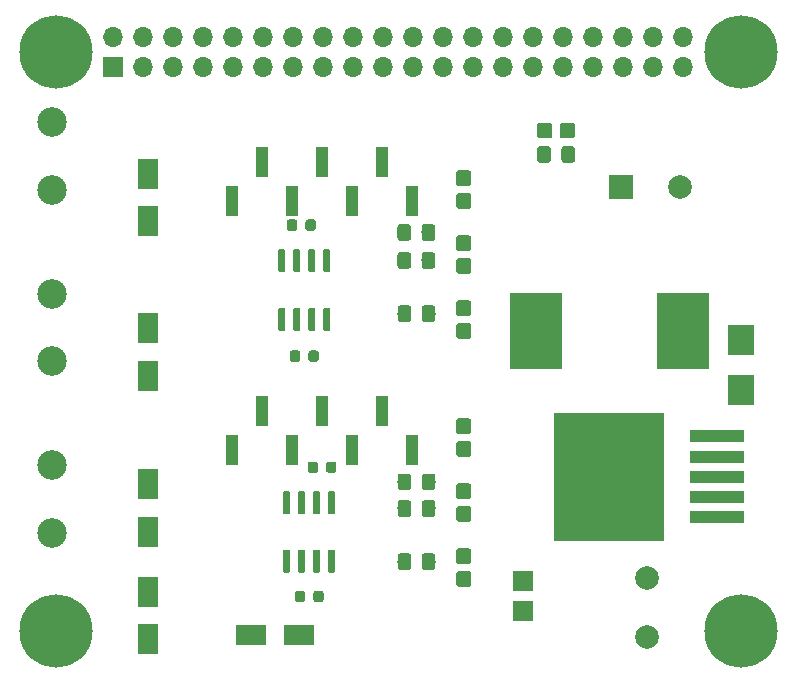
<source format=gbr>
G04 #@! TF.GenerationSoftware,KiCad,Pcbnew,(5.1.4)-1*
G04 #@! TF.CreationDate,2023-01-05T18:52:54+01:00*
G04 #@! TF.ProjectId,RasPi-HAT,52617350-692d-4484-9154-2e6b69636164,V00.20*
G04 #@! TF.SameCoordinates,Original*
G04 #@! TF.FileFunction,Soldermask,Top*
G04 #@! TF.FilePolarity,Negative*
%FSLAX46Y46*%
G04 Gerber Fmt 4.6, Leading zero omitted, Abs format (unit mm)*
G04 Created by KiCad (PCBNEW (5.1.4)-1) date 2023-01-05 18:52:54*
%MOMM*%
%LPD*%
G04 APERTURE LIST*
%ADD10R,1.800000X2.500000*%
%ADD11R,2.500000X1.800000*%
%ADD12C,2.500000*%
%ADD13R,1.000000X2.510000*%
%ADD14C,0.100000*%
%ADD15C,0.875000*%
%ADD16O,1.700000X1.700000*%
%ADD17R,1.700000X1.700000*%
%ADD18R,4.500000X6.500000*%
%ADD19C,1.150000*%
%ADD20C,1.300000*%
%ADD21C,2.000000*%
%ADD22R,2.000000X2.000000*%
%ADD23R,2.300000X2.500000*%
%ADD24R,9.400000X10.800000*%
%ADD25R,4.600000X1.100000*%
%ADD26C,0.600000*%
%ADD27C,6.200000*%
G04 APERTURE END LIST*
D10*
X64770000Y-90540000D03*
X64770000Y-86540000D03*
D11*
X73510000Y-90210000D03*
X77510000Y-90210000D03*
D10*
X64770000Y-77462000D03*
X64770000Y-81462000D03*
X64800000Y-64254000D03*
X64800000Y-68254000D03*
X64800000Y-51200000D03*
X64800000Y-55200000D03*
D12*
X56600000Y-75800000D03*
X56600000Y-81550000D03*
X56600000Y-61300000D03*
X56600000Y-67050000D03*
X56600000Y-46800000D03*
X56600000Y-52550000D03*
D13*
X84582000Y-71243000D03*
X79502000Y-71243000D03*
X74422000Y-71243000D03*
X87122000Y-74553000D03*
X82042000Y-74553000D03*
X76922000Y-74553000D03*
X71882000Y-74553000D03*
X84582000Y-50161000D03*
X79502000Y-50161000D03*
X74422000Y-50161000D03*
X87122000Y-53471000D03*
X82042000Y-53471000D03*
X76922000Y-53471000D03*
X71882000Y-53471000D03*
D14*
G36*
X80527691Y-75526053D02*
G01*
X80548926Y-75529203D01*
X80569750Y-75534419D01*
X80589962Y-75541651D01*
X80609368Y-75550830D01*
X80627781Y-75561866D01*
X80645024Y-75574654D01*
X80660930Y-75589070D01*
X80675346Y-75604976D01*
X80688134Y-75622219D01*
X80699170Y-75640632D01*
X80708349Y-75660038D01*
X80715581Y-75680250D01*
X80720797Y-75701074D01*
X80723947Y-75722309D01*
X80725000Y-75743750D01*
X80725000Y-76256250D01*
X80723947Y-76277691D01*
X80720797Y-76298926D01*
X80715581Y-76319750D01*
X80708349Y-76339962D01*
X80699170Y-76359368D01*
X80688134Y-76377781D01*
X80675346Y-76395024D01*
X80660930Y-76410930D01*
X80645024Y-76425346D01*
X80627781Y-76438134D01*
X80609368Y-76449170D01*
X80589962Y-76458349D01*
X80569750Y-76465581D01*
X80548926Y-76470797D01*
X80527691Y-76473947D01*
X80506250Y-76475000D01*
X80068750Y-76475000D01*
X80047309Y-76473947D01*
X80026074Y-76470797D01*
X80005250Y-76465581D01*
X79985038Y-76458349D01*
X79965632Y-76449170D01*
X79947219Y-76438134D01*
X79929976Y-76425346D01*
X79914070Y-76410930D01*
X79899654Y-76395024D01*
X79886866Y-76377781D01*
X79875830Y-76359368D01*
X79866651Y-76339962D01*
X79859419Y-76319750D01*
X79854203Y-76298926D01*
X79851053Y-76277691D01*
X79850000Y-76256250D01*
X79850000Y-75743750D01*
X79851053Y-75722309D01*
X79854203Y-75701074D01*
X79859419Y-75680250D01*
X79866651Y-75660038D01*
X79875830Y-75640632D01*
X79886866Y-75622219D01*
X79899654Y-75604976D01*
X79914070Y-75589070D01*
X79929976Y-75574654D01*
X79947219Y-75561866D01*
X79965632Y-75550830D01*
X79985038Y-75541651D01*
X80005250Y-75534419D01*
X80026074Y-75529203D01*
X80047309Y-75526053D01*
X80068750Y-75525000D01*
X80506250Y-75525000D01*
X80527691Y-75526053D01*
X80527691Y-75526053D01*
G37*
D15*
X80287500Y-76000000D03*
D14*
G36*
X78952691Y-75526053D02*
G01*
X78973926Y-75529203D01*
X78994750Y-75534419D01*
X79014962Y-75541651D01*
X79034368Y-75550830D01*
X79052781Y-75561866D01*
X79070024Y-75574654D01*
X79085930Y-75589070D01*
X79100346Y-75604976D01*
X79113134Y-75622219D01*
X79124170Y-75640632D01*
X79133349Y-75660038D01*
X79140581Y-75680250D01*
X79145797Y-75701074D01*
X79148947Y-75722309D01*
X79150000Y-75743750D01*
X79150000Y-76256250D01*
X79148947Y-76277691D01*
X79145797Y-76298926D01*
X79140581Y-76319750D01*
X79133349Y-76339962D01*
X79124170Y-76359368D01*
X79113134Y-76377781D01*
X79100346Y-76395024D01*
X79085930Y-76410930D01*
X79070024Y-76425346D01*
X79052781Y-76438134D01*
X79034368Y-76449170D01*
X79014962Y-76458349D01*
X78994750Y-76465581D01*
X78973926Y-76470797D01*
X78952691Y-76473947D01*
X78931250Y-76475000D01*
X78493750Y-76475000D01*
X78472309Y-76473947D01*
X78451074Y-76470797D01*
X78430250Y-76465581D01*
X78410038Y-76458349D01*
X78390632Y-76449170D01*
X78372219Y-76438134D01*
X78354976Y-76425346D01*
X78339070Y-76410930D01*
X78324654Y-76395024D01*
X78311866Y-76377781D01*
X78300830Y-76359368D01*
X78291651Y-76339962D01*
X78284419Y-76319750D01*
X78279203Y-76298926D01*
X78276053Y-76277691D01*
X78275000Y-76256250D01*
X78275000Y-75743750D01*
X78276053Y-75722309D01*
X78279203Y-75701074D01*
X78284419Y-75680250D01*
X78291651Y-75660038D01*
X78300830Y-75640632D01*
X78311866Y-75622219D01*
X78324654Y-75604976D01*
X78339070Y-75589070D01*
X78354976Y-75574654D01*
X78372219Y-75561866D01*
X78390632Y-75550830D01*
X78410038Y-75541651D01*
X78430250Y-75534419D01*
X78451074Y-75529203D01*
X78472309Y-75526053D01*
X78493750Y-75525000D01*
X78931250Y-75525000D01*
X78952691Y-75526053D01*
X78952691Y-75526053D01*
G37*
D15*
X78712500Y-76000000D03*
D16*
X110078520Y-39608760D03*
X110078520Y-42148760D03*
X107538520Y-39608760D03*
X107538520Y-42148760D03*
X104998520Y-39608760D03*
X104998520Y-42148760D03*
X102458520Y-39608760D03*
X102458520Y-42148760D03*
X99918520Y-39608760D03*
X99918520Y-42148760D03*
X97378520Y-39608760D03*
X97378520Y-42148760D03*
X94838520Y-39608760D03*
X94838520Y-42148760D03*
X92298520Y-39608760D03*
X92298520Y-42148760D03*
X89758520Y-39608760D03*
X89758520Y-42148760D03*
X87218520Y-39608760D03*
X87218520Y-42148760D03*
X84678520Y-39608760D03*
X84678520Y-42148760D03*
X82138520Y-39608760D03*
X82138520Y-42148760D03*
X79598520Y-39608760D03*
X79598520Y-42148760D03*
X77058520Y-39608760D03*
X77058520Y-42148760D03*
X74518520Y-39608760D03*
X74518520Y-42148760D03*
X71978520Y-39608760D03*
X71978520Y-42148760D03*
X69438520Y-39608760D03*
X69438520Y-42148760D03*
X66898520Y-39608760D03*
X66898520Y-42148760D03*
X64358520Y-39608760D03*
X64358520Y-42148760D03*
X61818520Y-39608760D03*
D17*
X61818520Y-42148760D03*
D18*
X110100000Y-64438000D03*
X97600000Y-64438000D03*
D14*
G36*
X100697505Y-48831204D02*
G01*
X100721773Y-48834804D01*
X100745572Y-48840765D01*
X100768671Y-48849030D01*
X100790850Y-48859520D01*
X100811893Y-48872132D01*
X100831599Y-48886747D01*
X100849777Y-48903223D01*
X100866253Y-48921401D01*
X100880868Y-48941107D01*
X100893480Y-48962150D01*
X100903970Y-48984329D01*
X100912235Y-49007428D01*
X100918196Y-49031227D01*
X100921796Y-49055495D01*
X100923000Y-49079999D01*
X100923000Y-49980001D01*
X100921796Y-50004505D01*
X100918196Y-50028773D01*
X100912235Y-50052572D01*
X100903970Y-50075671D01*
X100893480Y-50097850D01*
X100880868Y-50118893D01*
X100866253Y-50138599D01*
X100849777Y-50156777D01*
X100831599Y-50173253D01*
X100811893Y-50187868D01*
X100790850Y-50200480D01*
X100768671Y-50210970D01*
X100745572Y-50219235D01*
X100721773Y-50225196D01*
X100697505Y-50228796D01*
X100673001Y-50230000D01*
X100022999Y-50230000D01*
X99998495Y-50228796D01*
X99974227Y-50225196D01*
X99950428Y-50219235D01*
X99927329Y-50210970D01*
X99905150Y-50200480D01*
X99884107Y-50187868D01*
X99864401Y-50173253D01*
X99846223Y-50156777D01*
X99829747Y-50138599D01*
X99815132Y-50118893D01*
X99802520Y-50097850D01*
X99792030Y-50075671D01*
X99783765Y-50052572D01*
X99777804Y-50028773D01*
X99774204Y-50004505D01*
X99773000Y-49980001D01*
X99773000Y-49079999D01*
X99774204Y-49055495D01*
X99777804Y-49031227D01*
X99783765Y-49007428D01*
X99792030Y-48984329D01*
X99802520Y-48962150D01*
X99815132Y-48941107D01*
X99829747Y-48921401D01*
X99846223Y-48903223D01*
X99864401Y-48886747D01*
X99884107Y-48872132D01*
X99905150Y-48859520D01*
X99927329Y-48849030D01*
X99950428Y-48840765D01*
X99974227Y-48834804D01*
X99998495Y-48831204D01*
X100022999Y-48830000D01*
X100673001Y-48830000D01*
X100697505Y-48831204D01*
X100697505Y-48831204D01*
G37*
D19*
X100348000Y-49530000D03*
D14*
G36*
X98647505Y-48831204D02*
G01*
X98671773Y-48834804D01*
X98695572Y-48840765D01*
X98718671Y-48849030D01*
X98740850Y-48859520D01*
X98761893Y-48872132D01*
X98781599Y-48886747D01*
X98799777Y-48903223D01*
X98816253Y-48921401D01*
X98830868Y-48941107D01*
X98843480Y-48962150D01*
X98853970Y-48984329D01*
X98862235Y-49007428D01*
X98868196Y-49031227D01*
X98871796Y-49055495D01*
X98873000Y-49079999D01*
X98873000Y-49980001D01*
X98871796Y-50004505D01*
X98868196Y-50028773D01*
X98862235Y-50052572D01*
X98853970Y-50075671D01*
X98843480Y-50097850D01*
X98830868Y-50118893D01*
X98816253Y-50138599D01*
X98799777Y-50156777D01*
X98781599Y-50173253D01*
X98761893Y-50187868D01*
X98740850Y-50200480D01*
X98718671Y-50210970D01*
X98695572Y-50219235D01*
X98671773Y-50225196D01*
X98647505Y-50228796D01*
X98623001Y-50230000D01*
X97972999Y-50230000D01*
X97948495Y-50228796D01*
X97924227Y-50225196D01*
X97900428Y-50219235D01*
X97877329Y-50210970D01*
X97855150Y-50200480D01*
X97834107Y-50187868D01*
X97814401Y-50173253D01*
X97796223Y-50156777D01*
X97779747Y-50138599D01*
X97765132Y-50118893D01*
X97752520Y-50097850D01*
X97742030Y-50075671D01*
X97733765Y-50052572D01*
X97727804Y-50028773D01*
X97724204Y-50004505D01*
X97723000Y-49980001D01*
X97723000Y-49079999D01*
X97724204Y-49055495D01*
X97727804Y-49031227D01*
X97733765Y-49007428D01*
X97742030Y-48984329D01*
X97752520Y-48962150D01*
X97765132Y-48941107D01*
X97779747Y-48921401D01*
X97796223Y-48903223D01*
X97814401Y-48886747D01*
X97834107Y-48872132D01*
X97855150Y-48859520D01*
X97877329Y-48849030D01*
X97900428Y-48840765D01*
X97924227Y-48834804D01*
X97948495Y-48831204D01*
X97972999Y-48830000D01*
X98623001Y-48830000D01*
X98647505Y-48831204D01*
X98647505Y-48831204D01*
G37*
D19*
X98298000Y-49530000D03*
D14*
G36*
X88874505Y-83301204D02*
G01*
X88898773Y-83304804D01*
X88922572Y-83310765D01*
X88945671Y-83319030D01*
X88967850Y-83329520D01*
X88988893Y-83342132D01*
X89008599Y-83356747D01*
X89026777Y-83373223D01*
X89043253Y-83391401D01*
X89057868Y-83411107D01*
X89070480Y-83432150D01*
X89080970Y-83454329D01*
X89089235Y-83477428D01*
X89095196Y-83501227D01*
X89098796Y-83525495D01*
X89100000Y-83549999D01*
X89100000Y-84450001D01*
X89098796Y-84474505D01*
X89095196Y-84498773D01*
X89089235Y-84522572D01*
X89080970Y-84545671D01*
X89070480Y-84567850D01*
X89057868Y-84588893D01*
X89043253Y-84608599D01*
X89026777Y-84626777D01*
X89008599Y-84643253D01*
X88988893Y-84657868D01*
X88967850Y-84670480D01*
X88945671Y-84680970D01*
X88922572Y-84689235D01*
X88898773Y-84695196D01*
X88874505Y-84698796D01*
X88850001Y-84700000D01*
X88199999Y-84700000D01*
X88175495Y-84698796D01*
X88151227Y-84695196D01*
X88127428Y-84689235D01*
X88104329Y-84680970D01*
X88082150Y-84670480D01*
X88061107Y-84657868D01*
X88041401Y-84643253D01*
X88023223Y-84626777D01*
X88006747Y-84608599D01*
X87992132Y-84588893D01*
X87979520Y-84567850D01*
X87969030Y-84545671D01*
X87960765Y-84522572D01*
X87954804Y-84498773D01*
X87951204Y-84474505D01*
X87950000Y-84450001D01*
X87950000Y-83549999D01*
X87951204Y-83525495D01*
X87954804Y-83501227D01*
X87960765Y-83477428D01*
X87969030Y-83454329D01*
X87979520Y-83432150D01*
X87992132Y-83411107D01*
X88006747Y-83391401D01*
X88023223Y-83373223D01*
X88041401Y-83356747D01*
X88061107Y-83342132D01*
X88082150Y-83329520D01*
X88104329Y-83319030D01*
X88127428Y-83310765D01*
X88151227Y-83304804D01*
X88175495Y-83301204D01*
X88199999Y-83300000D01*
X88850001Y-83300000D01*
X88874505Y-83301204D01*
X88874505Y-83301204D01*
G37*
D19*
X88525000Y-84000000D03*
D14*
G36*
X86824505Y-83301204D02*
G01*
X86848773Y-83304804D01*
X86872572Y-83310765D01*
X86895671Y-83319030D01*
X86917850Y-83329520D01*
X86938893Y-83342132D01*
X86958599Y-83356747D01*
X86976777Y-83373223D01*
X86993253Y-83391401D01*
X87007868Y-83411107D01*
X87020480Y-83432150D01*
X87030970Y-83454329D01*
X87039235Y-83477428D01*
X87045196Y-83501227D01*
X87048796Y-83525495D01*
X87050000Y-83549999D01*
X87050000Y-84450001D01*
X87048796Y-84474505D01*
X87045196Y-84498773D01*
X87039235Y-84522572D01*
X87030970Y-84545671D01*
X87020480Y-84567850D01*
X87007868Y-84588893D01*
X86993253Y-84608599D01*
X86976777Y-84626777D01*
X86958599Y-84643253D01*
X86938893Y-84657868D01*
X86917850Y-84670480D01*
X86895671Y-84680970D01*
X86872572Y-84689235D01*
X86848773Y-84695196D01*
X86824505Y-84698796D01*
X86800001Y-84700000D01*
X86149999Y-84700000D01*
X86125495Y-84698796D01*
X86101227Y-84695196D01*
X86077428Y-84689235D01*
X86054329Y-84680970D01*
X86032150Y-84670480D01*
X86011107Y-84657868D01*
X85991401Y-84643253D01*
X85973223Y-84626777D01*
X85956747Y-84608599D01*
X85942132Y-84588893D01*
X85929520Y-84567850D01*
X85919030Y-84545671D01*
X85910765Y-84522572D01*
X85904804Y-84498773D01*
X85901204Y-84474505D01*
X85900000Y-84450001D01*
X85900000Y-83549999D01*
X85901204Y-83525495D01*
X85904804Y-83501227D01*
X85910765Y-83477428D01*
X85919030Y-83454329D01*
X85929520Y-83432150D01*
X85942132Y-83411107D01*
X85956747Y-83391401D01*
X85973223Y-83373223D01*
X85991401Y-83356747D01*
X86011107Y-83342132D01*
X86032150Y-83329520D01*
X86054329Y-83319030D01*
X86077428Y-83310765D01*
X86101227Y-83304804D01*
X86125495Y-83301204D01*
X86149999Y-83300000D01*
X86800001Y-83300000D01*
X86824505Y-83301204D01*
X86824505Y-83301204D01*
G37*
D19*
X86475000Y-84000000D03*
D14*
G36*
X88874505Y-78801204D02*
G01*
X88898773Y-78804804D01*
X88922572Y-78810765D01*
X88945671Y-78819030D01*
X88967850Y-78829520D01*
X88988893Y-78842132D01*
X89008599Y-78856747D01*
X89026777Y-78873223D01*
X89043253Y-78891401D01*
X89057868Y-78911107D01*
X89070480Y-78932150D01*
X89080970Y-78954329D01*
X89089235Y-78977428D01*
X89095196Y-79001227D01*
X89098796Y-79025495D01*
X89100000Y-79049999D01*
X89100000Y-79950001D01*
X89098796Y-79974505D01*
X89095196Y-79998773D01*
X89089235Y-80022572D01*
X89080970Y-80045671D01*
X89070480Y-80067850D01*
X89057868Y-80088893D01*
X89043253Y-80108599D01*
X89026777Y-80126777D01*
X89008599Y-80143253D01*
X88988893Y-80157868D01*
X88967850Y-80170480D01*
X88945671Y-80180970D01*
X88922572Y-80189235D01*
X88898773Y-80195196D01*
X88874505Y-80198796D01*
X88850001Y-80200000D01*
X88199999Y-80200000D01*
X88175495Y-80198796D01*
X88151227Y-80195196D01*
X88127428Y-80189235D01*
X88104329Y-80180970D01*
X88082150Y-80170480D01*
X88061107Y-80157868D01*
X88041401Y-80143253D01*
X88023223Y-80126777D01*
X88006747Y-80108599D01*
X87992132Y-80088893D01*
X87979520Y-80067850D01*
X87969030Y-80045671D01*
X87960765Y-80022572D01*
X87954804Y-79998773D01*
X87951204Y-79974505D01*
X87950000Y-79950001D01*
X87950000Y-79049999D01*
X87951204Y-79025495D01*
X87954804Y-79001227D01*
X87960765Y-78977428D01*
X87969030Y-78954329D01*
X87979520Y-78932150D01*
X87992132Y-78911107D01*
X88006747Y-78891401D01*
X88023223Y-78873223D01*
X88041401Y-78856747D01*
X88061107Y-78842132D01*
X88082150Y-78829520D01*
X88104329Y-78819030D01*
X88127428Y-78810765D01*
X88151227Y-78804804D01*
X88175495Y-78801204D01*
X88199999Y-78800000D01*
X88850001Y-78800000D01*
X88874505Y-78801204D01*
X88874505Y-78801204D01*
G37*
D19*
X88525000Y-79500000D03*
D14*
G36*
X86824505Y-78801204D02*
G01*
X86848773Y-78804804D01*
X86872572Y-78810765D01*
X86895671Y-78819030D01*
X86917850Y-78829520D01*
X86938893Y-78842132D01*
X86958599Y-78856747D01*
X86976777Y-78873223D01*
X86993253Y-78891401D01*
X87007868Y-78911107D01*
X87020480Y-78932150D01*
X87030970Y-78954329D01*
X87039235Y-78977428D01*
X87045196Y-79001227D01*
X87048796Y-79025495D01*
X87050000Y-79049999D01*
X87050000Y-79950001D01*
X87048796Y-79974505D01*
X87045196Y-79998773D01*
X87039235Y-80022572D01*
X87030970Y-80045671D01*
X87020480Y-80067850D01*
X87007868Y-80088893D01*
X86993253Y-80108599D01*
X86976777Y-80126777D01*
X86958599Y-80143253D01*
X86938893Y-80157868D01*
X86917850Y-80170480D01*
X86895671Y-80180970D01*
X86872572Y-80189235D01*
X86848773Y-80195196D01*
X86824505Y-80198796D01*
X86800001Y-80200000D01*
X86149999Y-80200000D01*
X86125495Y-80198796D01*
X86101227Y-80195196D01*
X86077428Y-80189235D01*
X86054329Y-80180970D01*
X86032150Y-80170480D01*
X86011107Y-80157868D01*
X85991401Y-80143253D01*
X85973223Y-80126777D01*
X85956747Y-80108599D01*
X85942132Y-80088893D01*
X85929520Y-80067850D01*
X85919030Y-80045671D01*
X85910765Y-80022572D01*
X85904804Y-79998773D01*
X85901204Y-79974505D01*
X85900000Y-79950001D01*
X85900000Y-79049999D01*
X85901204Y-79025495D01*
X85904804Y-79001227D01*
X85910765Y-78977428D01*
X85919030Y-78954329D01*
X85929520Y-78932150D01*
X85942132Y-78911107D01*
X85956747Y-78891401D01*
X85973223Y-78873223D01*
X85991401Y-78856747D01*
X86011107Y-78842132D01*
X86032150Y-78829520D01*
X86054329Y-78819030D01*
X86077428Y-78810765D01*
X86101227Y-78804804D01*
X86125495Y-78801204D01*
X86149999Y-78800000D01*
X86800001Y-78800000D01*
X86824505Y-78801204D01*
X86824505Y-78801204D01*
G37*
D19*
X86475000Y-79500000D03*
D14*
G36*
X88874505Y-76551204D02*
G01*
X88898773Y-76554804D01*
X88922572Y-76560765D01*
X88945671Y-76569030D01*
X88967850Y-76579520D01*
X88988893Y-76592132D01*
X89008599Y-76606747D01*
X89026777Y-76623223D01*
X89043253Y-76641401D01*
X89057868Y-76661107D01*
X89070480Y-76682150D01*
X89080970Y-76704329D01*
X89089235Y-76727428D01*
X89095196Y-76751227D01*
X89098796Y-76775495D01*
X89100000Y-76799999D01*
X89100000Y-77700001D01*
X89098796Y-77724505D01*
X89095196Y-77748773D01*
X89089235Y-77772572D01*
X89080970Y-77795671D01*
X89070480Y-77817850D01*
X89057868Y-77838893D01*
X89043253Y-77858599D01*
X89026777Y-77876777D01*
X89008599Y-77893253D01*
X88988893Y-77907868D01*
X88967850Y-77920480D01*
X88945671Y-77930970D01*
X88922572Y-77939235D01*
X88898773Y-77945196D01*
X88874505Y-77948796D01*
X88850001Y-77950000D01*
X88199999Y-77950000D01*
X88175495Y-77948796D01*
X88151227Y-77945196D01*
X88127428Y-77939235D01*
X88104329Y-77930970D01*
X88082150Y-77920480D01*
X88061107Y-77907868D01*
X88041401Y-77893253D01*
X88023223Y-77876777D01*
X88006747Y-77858599D01*
X87992132Y-77838893D01*
X87979520Y-77817850D01*
X87969030Y-77795671D01*
X87960765Y-77772572D01*
X87954804Y-77748773D01*
X87951204Y-77724505D01*
X87950000Y-77700001D01*
X87950000Y-76799999D01*
X87951204Y-76775495D01*
X87954804Y-76751227D01*
X87960765Y-76727428D01*
X87969030Y-76704329D01*
X87979520Y-76682150D01*
X87992132Y-76661107D01*
X88006747Y-76641401D01*
X88023223Y-76623223D01*
X88041401Y-76606747D01*
X88061107Y-76592132D01*
X88082150Y-76579520D01*
X88104329Y-76569030D01*
X88127428Y-76560765D01*
X88151227Y-76554804D01*
X88175495Y-76551204D01*
X88199999Y-76550000D01*
X88850001Y-76550000D01*
X88874505Y-76551204D01*
X88874505Y-76551204D01*
G37*
D19*
X88525000Y-77250000D03*
D14*
G36*
X86824505Y-76551204D02*
G01*
X86848773Y-76554804D01*
X86872572Y-76560765D01*
X86895671Y-76569030D01*
X86917850Y-76579520D01*
X86938893Y-76592132D01*
X86958599Y-76606747D01*
X86976777Y-76623223D01*
X86993253Y-76641401D01*
X87007868Y-76661107D01*
X87020480Y-76682150D01*
X87030970Y-76704329D01*
X87039235Y-76727428D01*
X87045196Y-76751227D01*
X87048796Y-76775495D01*
X87050000Y-76799999D01*
X87050000Y-77700001D01*
X87048796Y-77724505D01*
X87045196Y-77748773D01*
X87039235Y-77772572D01*
X87030970Y-77795671D01*
X87020480Y-77817850D01*
X87007868Y-77838893D01*
X86993253Y-77858599D01*
X86976777Y-77876777D01*
X86958599Y-77893253D01*
X86938893Y-77907868D01*
X86917850Y-77920480D01*
X86895671Y-77930970D01*
X86872572Y-77939235D01*
X86848773Y-77945196D01*
X86824505Y-77948796D01*
X86800001Y-77950000D01*
X86149999Y-77950000D01*
X86125495Y-77948796D01*
X86101227Y-77945196D01*
X86077428Y-77939235D01*
X86054329Y-77930970D01*
X86032150Y-77920480D01*
X86011107Y-77907868D01*
X85991401Y-77893253D01*
X85973223Y-77876777D01*
X85956747Y-77858599D01*
X85942132Y-77838893D01*
X85929520Y-77817850D01*
X85919030Y-77795671D01*
X85910765Y-77772572D01*
X85904804Y-77748773D01*
X85901204Y-77724505D01*
X85900000Y-77700001D01*
X85900000Y-76799999D01*
X85901204Y-76775495D01*
X85904804Y-76751227D01*
X85910765Y-76727428D01*
X85919030Y-76704329D01*
X85929520Y-76682150D01*
X85942132Y-76661107D01*
X85956747Y-76641401D01*
X85973223Y-76623223D01*
X85991401Y-76606747D01*
X86011107Y-76592132D01*
X86032150Y-76579520D01*
X86054329Y-76569030D01*
X86077428Y-76560765D01*
X86101227Y-76554804D01*
X86125495Y-76551204D01*
X86149999Y-76550000D01*
X86800001Y-76550000D01*
X86824505Y-76551204D01*
X86824505Y-76551204D01*
G37*
D19*
X86475000Y-77250000D03*
D14*
G36*
X88874505Y-62301204D02*
G01*
X88898773Y-62304804D01*
X88922572Y-62310765D01*
X88945671Y-62319030D01*
X88967850Y-62329520D01*
X88988893Y-62342132D01*
X89008599Y-62356747D01*
X89026777Y-62373223D01*
X89043253Y-62391401D01*
X89057868Y-62411107D01*
X89070480Y-62432150D01*
X89080970Y-62454329D01*
X89089235Y-62477428D01*
X89095196Y-62501227D01*
X89098796Y-62525495D01*
X89100000Y-62549999D01*
X89100000Y-63450001D01*
X89098796Y-63474505D01*
X89095196Y-63498773D01*
X89089235Y-63522572D01*
X89080970Y-63545671D01*
X89070480Y-63567850D01*
X89057868Y-63588893D01*
X89043253Y-63608599D01*
X89026777Y-63626777D01*
X89008599Y-63643253D01*
X88988893Y-63657868D01*
X88967850Y-63670480D01*
X88945671Y-63680970D01*
X88922572Y-63689235D01*
X88898773Y-63695196D01*
X88874505Y-63698796D01*
X88850001Y-63700000D01*
X88199999Y-63700000D01*
X88175495Y-63698796D01*
X88151227Y-63695196D01*
X88127428Y-63689235D01*
X88104329Y-63680970D01*
X88082150Y-63670480D01*
X88061107Y-63657868D01*
X88041401Y-63643253D01*
X88023223Y-63626777D01*
X88006747Y-63608599D01*
X87992132Y-63588893D01*
X87979520Y-63567850D01*
X87969030Y-63545671D01*
X87960765Y-63522572D01*
X87954804Y-63498773D01*
X87951204Y-63474505D01*
X87950000Y-63450001D01*
X87950000Y-62549999D01*
X87951204Y-62525495D01*
X87954804Y-62501227D01*
X87960765Y-62477428D01*
X87969030Y-62454329D01*
X87979520Y-62432150D01*
X87992132Y-62411107D01*
X88006747Y-62391401D01*
X88023223Y-62373223D01*
X88041401Y-62356747D01*
X88061107Y-62342132D01*
X88082150Y-62329520D01*
X88104329Y-62319030D01*
X88127428Y-62310765D01*
X88151227Y-62304804D01*
X88175495Y-62301204D01*
X88199999Y-62300000D01*
X88850001Y-62300000D01*
X88874505Y-62301204D01*
X88874505Y-62301204D01*
G37*
D19*
X88525000Y-63000000D03*
D14*
G36*
X86824505Y-62301204D02*
G01*
X86848773Y-62304804D01*
X86872572Y-62310765D01*
X86895671Y-62319030D01*
X86917850Y-62329520D01*
X86938893Y-62342132D01*
X86958599Y-62356747D01*
X86976777Y-62373223D01*
X86993253Y-62391401D01*
X87007868Y-62411107D01*
X87020480Y-62432150D01*
X87030970Y-62454329D01*
X87039235Y-62477428D01*
X87045196Y-62501227D01*
X87048796Y-62525495D01*
X87050000Y-62549999D01*
X87050000Y-63450001D01*
X87048796Y-63474505D01*
X87045196Y-63498773D01*
X87039235Y-63522572D01*
X87030970Y-63545671D01*
X87020480Y-63567850D01*
X87007868Y-63588893D01*
X86993253Y-63608599D01*
X86976777Y-63626777D01*
X86958599Y-63643253D01*
X86938893Y-63657868D01*
X86917850Y-63670480D01*
X86895671Y-63680970D01*
X86872572Y-63689235D01*
X86848773Y-63695196D01*
X86824505Y-63698796D01*
X86800001Y-63700000D01*
X86149999Y-63700000D01*
X86125495Y-63698796D01*
X86101227Y-63695196D01*
X86077428Y-63689235D01*
X86054329Y-63680970D01*
X86032150Y-63670480D01*
X86011107Y-63657868D01*
X85991401Y-63643253D01*
X85973223Y-63626777D01*
X85956747Y-63608599D01*
X85942132Y-63588893D01*
X85929520Y-63567850D01*
X85919030Y-63545671D01*
X85910765Y-63522572D01*
X85904804Y-63498773D01*
X85901204Y-63474505D01*
X85900000Y-63450001D01*
X85900000Y-62549999D01*
X85901204Y-62525495D01*
X85904804Y-62501227D01*
X85910765Y-62477428D01*
X85919030Y-62454329D01*
X85929520Y-62432150D01*
X85942132Y-62411107D01*
X85956747Y-62391401D01*
X85973223Y-62373223D01*
X85991401Y-62356747D01*
X86011107Y-62342132D01*
X86032150Y-62329520D01*
X86054329Y-62319030D01*
X86077428Y-62310765D01*
X86101227Y-62304804D01*
X86125495Y-62301204D01*
X86149999Y-62300000D01*
X86800001Y-62300000D01*
X86824505Y-62301204D01*
X86824505Y-62301204D01*
G37*
D19*
X86475000Y-63000000D03*
D14*
G36*
X88862005Y-57801204D02*
G01*
X88886273Y-57804804D01*
X88910072Y-57810765D01*
X88933171Y-57819030D01*
X88955350Y-57829520D01*
X88976393Y-57842132D01*
X88996099Y-57856747D01*
X89014277Y-57873223D01*
X89030753Y-57891401D01*
X89045368Y-57911107D01*
X89057980Y-57932150D01*
X89068470Y-57954329D01*
X89076735Y-57977428D01*
X89082696Y-58001227D01*
X89086296Y-58025495D01*
X89087500Y-58049999D01*
X89087500Y-58950001D01*
X89086296Y-58974505D01*
X89082696Y-58998773D01*
X89076735Y-59022572D01*
X89068470Y-59045671D01*
X89057980Y-59067850D01*
X89045368Y-59088893D01*
X89030753Y-59108599D01*
X89014277Y-59126777D01*
X88996099Y-59143253D01*
X88976393Y-59157868D01*
X88955350Y-59170480D01*
X88933171Y-59180970D01*
X88910072Y-59189235D01*
X88886273Y-59195196D01*
X88862005Y-59198796D01*
X88837501Y-59200000D01*
X88187499Y-59200000D01*
X88162995Y-59198796D01*
X88138727Y-59195196D01*
X88114928Y-59189235D01*
X88091829Y-59180970D01*
X88069650Y-59170480D01*
X88048607Y-59157868D01*
X88028901Y-59143253D01*
X88010723Y-59126777D01*
X87994247Y-59108599D01*
X87979632Y-59088893D01*
X87967020Y-59067850D01*
X87956530Y-59045671D01*
X87948265Y-59022572D01*
X87942304Y-58998773D01*
X87938704Y-58974505D01*
X87937500Y-58950001D01*
X87937500Y-58049999D01*
X87938704Y-58025495D01*
X87942304Y-58001227D01*
X87948265Y-57977428D01*
X87956530Y-57954329D01*
X87967020Y-57932150D01*
X87979632Y-57911107D01*
X87994247Y-57891401D01*
X88010723Y-57873223D01*
X88028901Y-57856747D01*
X88048607Y-57842132D01*
X88069650Y-57829520D01*
X88091829Y-57819030D01*
X88114928Y-57810765D01*
X88138727Y-57804804D01*
X88162995Y-57801204D01*
X88187499Y-57800000D01*
X88837501Y-57800000D01*
X88862005Y-57801204D01*
X88862005Y-57801204D01*
G37*
D19*
X88512500Y-58500000D03*
D14*
G36*
X86812005Y-57801204D02*
G01*
X86836273Y-57804804D01*
X86860072Y-57810765D01*
X86883171Y-57819030D01*
X86905350Y-57829520D01*
X86926393Y-57842132D01*
X86946099Y-57856747D01*
X86964277Y-57873223D01*
X86980753Y-57891401D01*
X86995368Y-57911107D01*
X87007980Y-57932150D01*
X87018470Y-57954329D01*
X87026735Y-57977428D01*
X87032696Y-58001227D01*
X87036296Y-58025495D01*
X87037500Y-58049999D01*
X87037500Y-58950001D01*
X87036296Y-58974505D01*
X87032696Y-58998773D01*
X87026735Y-59022572D01*
X87018470Y-59045671D01*
X87007980Y-59067850D01*
X86995368Y-59088893D01*
X86980753Y-59108599D01*
X86964277Y-59126777D01*
X86946099Y-59143253D01*
X86926393Y-59157868D01*
X86905350Y-59170480D01*
X86883171Y-59180970D01*
X86860072Y-59189235D01*
X86836273Y-59195196D01*
X86812005Y-59198796D01*
X86787501Y-59200000D01*
X86137499Y-59200000D01*
X86112995Y-59198796D01*
X86088727Y-59195196D01*
X86064928Y-59189235D01*
X86041829Y-59180970D01*
X86019650Y-59170480D01*
X85998607Y-59157868D01*
X85978901Y-59143253D01*
X85960723Y-59126777D01*
X85944247Y-59108599D01*
X85929632Y-59088893D01*
X85917020Y-59067850D01*
X85906530Y-59045671D01*
X85898265Y-59022572D01*
X85892304Y-58998773D01*
X85888704Y-58974505D01*
X85887500Y-58950001D01*
X85887500Y-58049999D01*
X85888704Y-58025495D01*
X85892304Y-58001227D01*
X85898265Y-57977428D01*
X85906530Y-57954329D01*
X85917020Y-57932150D01*
X85929632Y-57911107D01*
X85944247Y-57891401D01*
X85960723Y-57873223D01*
X85978901Y-57856747D01*
X85998607Y-57842132D01*
X86019650Y-57829520D01*
X86041829Y-57819030D01*
X86064928Y-57810765D01*
X86088727Y-57804804D01*
X86112995Y-57801204D01*
X86137499Y-57800000D01*
X86787501Y-57800000D01*
X86812005Y-57801204D01*
X86812005Y-57801204D01*
G37*
D19*
X86462500Y-58500000D03*
D14*
G36*
X88862005Y-55435204D02*
G01*
X88886273Y-55438804D01*
X88910072Y-55444765D01*
X88933171Y-55453030D01*
X88955350Y-55463520D01*
X88976393Y-55476132D01*
X88996099Y-55490747D01*
X89014277Y-55507223D01*
X89030753Y-55525401D01*
X89045368Y-55545107D01*
X89057980Y-55566150D01*
X89068470Y-55588329D01*
X89076735Y-55611428D01*
X89082696Y-55635227D01*
X89086296Y-55659495D01*
X89087500Y-55683999D01*
X89087500Y-56584001D01*
X89086296Y-56608505D01*
X89082696Y-56632773D01*
X89076735Y-56656572D01*
X89068470Y-56679671D01*
X89057980Y-56701850D01*
X89045368Y-56722893D01*
X89030753Y-56742599D01*
X89014277Y-56760777D01*
X88996099Y-56777253D01*
X88976393Y-56791868D01*
X88955350Y-56804480D01*
X88933171Y-56814970D01*
X88910072Y-56823235D01*
X88886273Y-56829196D01*
X88862005Y-56832796D01*
X88837501Y-56834000D01*
X88187499Y-56834000D01*
X88162995Y-56832796D01*
X88138727Y-56829196D01*
X88114928Y-56823235D01*
X88091829Y-56814970D01*
X88069650Y-56804480D01*
X88048607Y-56791868D01*
X88028901Y-56777253D01*
X88010723Y-56760777D01*
X87994247Y-56742599D01*
X87979632Y-56722893D01*
X87967020Y-56701850D01*
X87956530Y-56679671D01*
X87948265Y-56656572D01*
X87942304Y-56632773D01*
X87938704Y-56608505D01*
X87937500Y-56584001D01*
X87937500Y-55683999D01*
X87938704Y-55659495D01*
X87942304Y-55635227D01*
X87948265Y-55611428D01*
X87956530Y-55588329D01*
X87967020Y-55566150D01*
X87979632Y-55545107D01*
X87994247Y-55525401D01*
X88010723Y-55507223D01*
X88028901Y-55490747D01*
X88048607Y-55476132D01*
X88069650Y-55463520D01*
X88091829Y-55453030D01*
X88114928Y-55444765D01*
X88138727Y-55438804D01*
X88162995Y-55435204D01*
X88187499Y-55434000D01*
X88837501Y-55434000D01*
X88862005Y-55435204D01*
X88862005Y-55435204D01*
G37*
D19*
X88512500Y-56134000D03*
D14*
G36*
X86812005Y-55435204D02*
G01*
X86836273Y-55438804D01*
X86860072Y-55444765D01*
X86883171Y-55453030D01*
X86905350Y-55463520D01*
X86926393Y-55476132D01*
X86946099Y-55490747D01*
X86964277Y-55507223D01*
X86980753Y-55525401D01*
X86995368Y-55545107D01*
X87007980Y-55566150D01*
X87018470Y-55588329D01*
X87026735Y-55611428D01*
X87032696Y-55635227D01*
X87036296Y-55659495D01*
X87037500Y-55683999D01*
X87037500Y-56584001D01*
X87036296Y-56608505D01*
X87032696Y-56632773D01*
X87026735Y-56656572D01*
X87018470Y-56679671D01*
X87007980Y-56701850D01*
X86995368Y-56722893D01*
X86980753Y-56742599D01*
X86964277Y-56760777D01*
X86946099Y-56777253D01*
X86926393Y-56791868D01*
X86905350Y-56804480D01*
X86883171Y-56814970D01*
X86860072Y-56823235D01*
X86836273Y-56829196D01*
X86812005Y-56832796D01*
X86787501Y-56834000D01*
X86137499Y-56834000D01*
X86112995Y-56832796D01*
X86088727Y-56829196D01*
X86064928Y-56823235D01*
X86041829Y-56814970D01*
X86019650Y-56804480D01*
X85998607Y-56791868D01*
X85978901Y-56777253D01*
X85960723Y-56760777D01*
X85944247Y-56742599D01*
X85929632Y-56722893D01*
X85917020Y-56701850D01*
X85906530Y-56679671D01*
X85898265Y-56656572D01*
X85892304Y-56632773D01*
X85888704Y-56608505D01*
X85887500Y-56584001D01*
X85887500Y-55683999D01*
X85888704Y-55659495D01*
X85892304Y-55635227D01*
X85898265Y-55611428D01*
X85906530Y-55588329D01*
X85917020Y-55566150D01*
X85929632Y-55545107D01*
X85944247Y-55525401D01*
X85960723Y-55507223D01*
X85978901Y-55490747D01*
X85998607Y-55476132D01*
X86019650Y-55463520D01*
X86041829Y-55453030D01*
X86064928Y-55444765D01*
X86088727Y-55438804D01*
X86112995Y-55435204D01*
X86137499Y-55434000D01*
X86787501Y-55434000D01*
X86812005Y-55435204D01*
X86812005Y-55435204D01*
G37*
D19*
X86462500Y-56134000D03*
D14*
G36*
X100713504Y-46849204D02*
G01*
X100737773Y-46852804D01*
X100761571Y-46858765D01*
X100784671Y-46867030D01*
X100806849Y-46877520D01*
X100827893Y-46890133D01*
X100847598Y-46904747D01*
X100865777Y-46921223D01*
X100882253Y-46939402D01*
X100896867Y-46959107D01*
X100909480Y-46980151D01*
X100919970Y-47002329D01*
X100928235Y-47025429D01*
X100934196Y-47049227D01*
X100937796Y-47073496D01*
X100939000Y-47098000D01*
X100939000Y-47898000D01*
X100937796Y-47922504D01*
X100934196Y-47946773D01*
X100928235Y-47970571D01*
X100919970Y-47993671D01*
X100909480Y-48015849D01*
X100896867Y-48036893D01*
X100882253Y-48056598D01*
X100865777Y-48074777D01*
X100847598Y-48091253D01*
X100827893Y-48105867D01*
X100806849Y-48118480D01*
X100784671Y-48128970D01*
X100761571Y-48137235D01*
X100737773Y-48143196D01*
X100713504Y-48146796D01*
X100689000Y-48148000D01*
X99864000Y-48148000D01*
X99839496Y-48146796D01*
X99815227Y-48143196D01*
X99791429Y-48137235D01*
X99768329Y-48128970D01*
X99746151Y-48118480D01*
X99725107Y-48105867D01*
X99705402Y-48091253D01*
X99687223Y-48074777D01*
X99670747Y-48056598D01*
X99656133Y-48036893D01*
X99643520Y-48015849D01*
X99633030Y-47993671D01*
X99624765Y-47970571D01*
X99618804Y-47946773D01*
X99615204Y-47922504D01*
X99614000Y-47898000D01*
X99614000Y-47098000D01*
X99615204Y-47073496D01*
X99618804Y-47049227D01*
X99624765Y-47025429D01*
X99633030Y-47002329D01*
X99643520Y-46980151D01*
X99656133Y-46959107D01*
X99670747Y-46939402D01*
X99687223Y-46921223D01*
X99705402Y-46904747D01*
X99725107Y-46890133D01*
X99746151Y-46877520D01*
X99768329Y-46867030D01*
X99791429Y-46858765D01*
X99815227Y-46852804D01*
X99839496Y-46849204D01*
X99864000Y-46848000D01*
X100689000Y-46848000D01*
X100713504Y-46849204D01*
X100713504Y-46849204D01*
G37*
D20*
X100276500Y-47498000D03*
D14*
G36*
X98788504Y-46849204D02*
G01*
X98812773Y-46852804D01*
X98836571Y-46858765D01*
X98859671Y-46867030D01*
X98881849Y-46877520D01*
X98902893Y-46890133D01*
X98922598Y-46904747D01*
X98940777Y-46921223D01*
X98957253Y-46939402D01*
X98971867Y-46959107D01*
X98984480Y-46980151D01*
X98994970Y-47002329D01*
X99003235Y-47025429D01*
X99009196Y-47049227D01*
X99012796Y-47073496D01*
X99014000Y-47098000D01*
X99014000Y-47898000D01*
X99012796Y-47922504D01*
X99009196Y-47946773D01*
X99003235Y-47970571D01*
X98994970Y-47993671D01*
X98984480Y-48015849D01*
X98971867Y-48036893D01*
X98957253Y-48056598D01*
X98940777Y-48074777D01*
X98922598Y-48091253D01*
X98902893Y-48105867D01*
X98881849Y-48118480D01*
X98859671Y-48128970D01*
X98836571Y-48137235D01*
X98812773Y-48143196D01*
X98788504Y-48146796D01*
X98764000Y-48148000D01*
X97939000Y-48148000D01*
X97914496Y-48146796D01*
X97890227Y-48143196D01*
X97866429Y-48137235D01*
X97843329Y-48128970D01*
X97821151Y-48118480D01*
X97800107Y-48105867D01*
X97780402Y-48091253D01*
X97762223Y-48074777D01*
X97745747Y-48056598D01*
X97731133Y-48036893D01*
X97718520Y-48015849D01*
X97708030Y-47993671D01*
X97699765Y-47970571D01*
X97693804Y-47946773D01*
X97690204Y-47922504D01*
X97689000Y-47898000D01*
X97689000Y-47098000D01*
X97690204Y-47073496D01*
X97693804Y-47049227D01*
X97699765Y-47025429D01*
X97708030Y-47002329D01*
X97718520Y-46980151D01*
X97731133Y-46959107D01*
X97745747Y-46939402D01*
X97762223Y-46921223D01*
X97780402Y-46904747D01*
X97800107Y-46890133D01*
X97821151Y-46877520D01*
X97843329Y-46867030D01*
X97866429Y-46858765D01*
X97890227Y-46852804D01*
X97914496Y-46849204D01*
X97939000Y-46848000D01*
X98764000Y-46848000D01*
X98788504Y-46849204D01*
X98788504Y-46849204D01*
G37*
D20*
X98351500Y-47498000D03*
D14*
G36*
X91924504Y-82876204D02*
G01*
X91948773Y-82879804D01*
X91972571Y-82885765D01*
X91995671Y-82894030D01*
X92017849Y-82904520D01*
X92038893Y-82917133D01*
X92058598Y-82931747D01*
X92076777Y-82948223D01*
X92093253Y-82966402D01*
X92107867Y-82986107D01*
X92120480Y-83007151D01*
X92130970Y-83029329D01*
X92139235Y-83052429D01*
X92145196Y-83076227D01*
X92148796Y-83100496D01*
X92150000Y-83125000D01*
X92150000Y-83950000D01*
X92148796Y-83974504D01*
X92145196Y-83998773D01*
X92139235Y-84022571D01*
X92130970Y-84045671D01*
X92120480Y-84067849D01*
X92107867Y-84088893D01*
X92093253Y-84108598D01*
X92076777Y-84126777D01*
X92058598Y-84143253D01*
X92038893Y-84157867D01*
X92017849Y-84170480D01*
X91995671Y-84180970D01*
X91972571Y-84189235D01*
X91948773Y-84195196D01*
X91924504Y-84198796D01*
X91900000Y-84200000D01*
X91100000Y-84200000D01*
X91075496Y-84198796D01*
X91051227Y-84195196D01*
X91027429Y-84189235D01*
X91004329Y-84180970D01*
X90982151Y-84170480D01*
X90961107Y-84157867D01*
X90941402Y-84143253D01*
X90923223Y-84126777D01*
X90906747Y-84108598D01*
X90892133Y-84088893D01*
X90879520Y-84067849D01*
X90869030Y-84045671D01*
X90860765Y-84022571D01*
X90854804Y-83998773D01*
X90851204Y-83974504D01*
X90850000Y-83950000D01*
X90850000Y-83125000D01*
X90851204Y-83100496D01*
X90854804Y-83076227D01*
X90860765Y-83052429D01*
X90869030Y-83029329D01*
X90879520Y-83007151D01*
X90892133Y-82986107D01*
X90906747Y-82966402D01*
X90923223Y-82948223D01*
X90941402Y-82931747D01*
X90961107Y-82917133D01*
X90982151Y-82904520D01*
X91004329Y-82894030D01*
X91027429Y-82885765D01*
X91051227Y-82879804D01*
X91075496Y-82876204D01*
X91100000Y-82875000D01*
X91900000Y-82875000D01*
X91924504Y-82876204D01*
X91924504Y-82876204D01*
G37*
D20*
X91500000Y-83537500D03*
D14*
G36*
X91924504Y-84801204D02*
G01*
X91948773Y-84804804D01*
X91972571Y-84810765D01*
X91995671Y-84819030D01*
X92017849Y-84829520D01*
X92038893Y-84842133D01*
X92058598Y-84856747D01*
X92076777Y-84873223D01*
X92093253Y-84891402D01*
X92107867Y-84911107D01*
X92120480Y-84932151D01*
X92130970Y-84954329D01*
X92139235Y-84977429D01*
X92145196Y-85001227D01*
X92148796Y-85025496D01*
X92150000Y-85050000D01*
X92150000Y-85875000D01*
X92148796Y-85899504D01*
X92145196Y-85923773D01*
X92139235Y-85947571D01*
X92130970Y-85970671D01*
X92120480Y-85992849D01*
X92107867Y-86013893D01*
X92093253Y-86033598D01*
X92076777Y-86051777D01*
X92058598Y-86068253D01*
X92038893Y-86082867D01*
X92017849Y-86095480D01*
X91995671Y-86105970D01*
X91972571Y-86114235D01*
X91948773Y-86120196D01*
X91924504Y-86123796D01*
X91900000Y-86125000D01*
X91100000Y-86125000D01*
X91075496Y-86123796D01*
X91051227Y-86120196D01*
X91027429Y-86114235D01*
X91004329Y-86105970D01*
X90982151Y-86095480D01*
X90961107Y-86082867D01*
X90941402Y-86068253D01*
X90923223Y-86051777D01*
X90906747Y-86033598D01*
X90892133Y-86013893D01*
X90879520Y-85992849D01*
X90869030Y-85970671D01*
X90860765Y-85947571D01*
X90854804Y-85923773D01*
X90851204Y-85899504D01*
X90850000Y-85875000D01*
X90850000Y-85050000D01*
X90851204Y-85025496D01*
X90854804Y-85001227D01*
X90860765Y-84977429D01*
X90869030Y-84954329D01*
X90879520Y-84932151D01*
X90892133Y-84911107D01*
X90906747Y-84891402D01*
X90923223Y-84873223D01*
X90941402Y-84856747D01*
X90961107Y-84842133D01*
X90982151Y-84829520D01*
X91004329Y-84819030D01*
X91027429Y-84810765D01*
X91051227Y-84804804D01*
X91075496Y-84801204D01*
X91100000Y-84800000D01*
X91900000Y-84800000D01*
X91924504Y-84801204D01*
X91924504Y-84801204D01*
G37*
D20*
X91500000Y-85462500D03*
D14*
G36*
X91924504Y-77376204D02*
G01*
X91948773Y-77379804D01*
X91972571Y-77385765D01*
X91995671Y-77394030D01*
X92017849Y-77404520D01*
X92038893Y-77417133D01*
X92058598Y-77431747D01*
X92076777Y-77448223D01*
X92093253Y-77466402D01*
X92107867Y-77486107D01*
X92120480Y-77507151D01*
X92130970Y-77529329D01*
X92139235Y-77552429D01*
X92145196Y-77576227D01*
X92148796Y-77600496D01*
X92150000Y-77625000D01*
X92150000Y-78450000D01*
X92148796Y-78474504D01*
X92145196Y-78498773D01*
X92139235Y-78522571D01*
X92130970Y-78545671D01*
X92120480Y-78567849D01*
X92107867Y-78588893D01*
X92093253Y-78608598D01*
X92076777Y-78626777D01*
X92058598Y-78643253D01*
X92038893Y-78657867D01*
X92017849Y-78670480D01*
X91995671Y-78680970D01*
X91972571Y-78689235D01*
X91948773Y-78695196D01*
X91924504Y-78698796D01*
X91900000Y-78700000D01*
X91100000Y-78700000D01*
X91075496Y-78698796D01*
X91051227Y-78695196D01*
X91027429Y-78689235D01*
X91004329Y-78680970D01*
X90982151Y-78670480D01*
X90961107Y-78657867D01*
X90941402Y-78643253D01*
X90923223Y-78626777D01*
X90906747Y-78608598D01*
X90892133Y-78588893D01*
X90879520Y-78567849D01*
X90869030Y-78545671D01*
X90860765Y-78522571D01*
X90854804Y-78498773D01*
X90851204Y-78474504D01*
X90850000Y-78450000D01*
X90850000Y-77625000D01*
X90851204Y-77600496D01*
X90854804Y-77576227D01*
X90860765Y-77552429D01*
X90869030Y-77529329D01*
X90879520Y-77507151D01*
X90892133Y-77486107D01*
X90906747Y-77466402D01*
X90923223Y-77448223D01*
X90941402Y-77431747D01*
X90961107Y-77417133D01*
X90982151Y-77404520D01*
X91004329Y-77394030D01*
X91027429Y-77385765D01*
X91051227Y-77379804D01*
X91075496Y-77376204D01*
X91100000Y-77375000D01*
X91900000Y-77375000D01*
X91924504Y-77376204D01*
X91924504Y-77376204D01*
G37*
D20*
X91500000Y-78037500D03*
D14*
G36*
X91924504Y-79301204D02*
G01*
X91948773Y-79304804D01*
X91972571Y-79310765D01*
X91995671Y-79319030D01*
X92017849Y-79329520D01*
X92038893Y-79342133D01*
X92058598Y-79356747D01*
X92076777Y-79373223D01*
X92093253Y-79391402D01*
X92107867Y-79411107D01*
X92120480Y-79432151D01*
X92130970Y-79454329D01*
X92139235Y-79477429D01*
X92145196Y-79501227D01*
X92148796Y-79525496D01*
X92150000Y-79550000D01*
X92150000Y-80375000D01*
X92148796Y-80399504D01*
X92145196Y-80423773D01*
X92139235Y-80447571D01*
X92130970Y-80470671D01*
X92120480Y-80492849D01*
X92107867Y-80513893D01*
X92093253Y-80533598D01*
X92076777Y-80551777D01*
X92058598Y-80568253D01*
X92038893Y-80582867D01*
X92017849Y-80595480D01*
X91995671Y-80605970D01*
X91972571Y-80614235D01*
X91948773Y-80620196D01*
X91924504Y-80623796D01*
X91900000Y-80625000D01*
X91100000Y-80625000D01*
X91075496Y-80623796D01*
X91051227Y-80620196D01*
X91027429Y-80614235D01*
X91004329Y-80605970D01*
X90982151Y-80595480D01*
X90961107Y-80582867D01*
X90941402Y-80568253D01*
X90923223Y-80551777D01*
X90906747Y-80533598D01*
X90892133Y-80513893D01*
X90879520Y-80492849D01*
X90869030Y-80470671D01*
X90860765Y-80447571D01*
X90854804Y-80423773D01*
X90851204Y-80399504D01*
X90850000Y-80375000D01*
X90850000Y-79550000D01*
X90851204Y-79525496D01*
X90854804Y-79501227D01*
X90860765Y-79477429D01*
X90869030Y-79454329D01*
X90879520Y-79432151D01*
X90892133Y-79411107D01*
X90906747Y-79391402D01*
X90923223Y-79373223D01*
X90941402Y-79356747D01*
X90961107Y-79342133D01*
X90982151Y-79329520D01*
X91004329Y-79319030D01*
X91027429Y-79310765D01*
X91051227Y-79304804D01*
X91075496Y-79301204D01*
X91100000Y-79300000D01*
X91900000Y-79300000D01*
X91924504Y-79301204D01*
X91924504Y-79301204D01*
G37*
D20*
X91500000Y-79962500D03*
D14*
G36*
X91924504Y-71876204D02*
G01*
X91948773Y-71879804D01*
X91972571Y-71885765D01*
X91995671Y-71894030D01*
X92017849Y-71904520D01*
X92038893Y-71917133D01*
X92058598Y-71931747D01*
X92076777Y-71948223D01*
X92093253Y-71966402D01*
X92107867Y-71986107D01*
X92120480Y-72007151D01*
X92130970Y-72029329D01*
X92139235Y-72052429D01*
X92145196Y-72076227D01*
X92148796Y-72100496D01*
X92150000Y-72125000D01*
X92150000Y-72950000D01*
X92148796Y-72974504D01*
X92145196Y-72998773D01*
X92139235Y-73022571D01*
X92130970Y-73045671D01*
X92120480Y-73067849D01*
X92107867Y-73088893D01*
X92093253Y-73108598D01*
X92076777Y-73126777D01*
X92058598Y-73143253D01*
X92038893Y-73157867D01*
X92017849Y-73170480D01*
X91995671Y-73180970D01*
X91972571Y-73189235D01*
X91948773Y-73195196D01*
X91924504Y-73198796D01*
X91900000Y-73200000D01*
X91100000Y-73200000D01*
X91075496Y-73198796D01*
X91051227Y-73195196D01*
X91027429Y-73189235D01*
X91004329Y-73180970D01*
X90982151Y-73170480D01*
X90961107Y-73157867D01*
X90941402Y-73143253D01*
X90923223Y-73126777D01*
X90906747Y-73108598D01*
X90892133Y-73088893D01*
X90879520Y-73067849D01*
X90869030Y-73045671D01*
X90860765Y-73022571D01*
X90854804Y-72998773D01*
X90851204Y-72974504D01*
X90850000Y-72950000D01*
X90850000Y-72125000D01*
X90851204Y-72100496D01*
X90854804Y-72076227D01*
X90860765Y-72052429D01*
X90869030Y-72029329D01*
X90879520Y-72007151D01*
X90892133Y-71986107D01*
X90906747Y-71966402D01*
X90923223Y-71948223D01*
X90941402Y-71931747D01*
X90961107Y-71917133D01*
X90982151Y-71904520D01*
X91004329Y-71894030D01*
X91027429Y-71885765D01*
X91051227Y-71879804D01*
X91075496Y-71876204D01*
X91100000Y-71875000D01*
X91900000Y-71875000D01*
X91924504Y-71876204D01*
X91924504Y-71876204D01*
G37*
D20*
X91500000Y-72537500D03*
D14*
G36*
X91924504Y-73801204D02*
G01*
X91948773Y-73804804D01*
X91972571Y-73810765D01*
X91995671Y-73819030D01*
X92017849Y-73829520D01*
X92038893Y-73842133D01*
X92058598Y-73856747D01*
X92076777Y-73873223D01*
X92093253Y-73891402D01*
X92107867Y-73911107D01*
X92120480Y-73932151D01*
X92130970Y-73954329D01*
X92139235Y-73977429D01*
X92145196Y-74001227D01*
X92148796Y-74025496D01*
X92150000Y-74050000D01*
X92150000Y-74875000D01*
X92148796Y-74899504D01*
X92145196Y-74923773D01*
X92139235Y-74947571D01*
X92130970Y-74970671D01*
X92120480Y-74992849D01*
X92107867Y-75013893D01*
X92093253Y-75033598D01*
X92076777Y-75051777D01*
X92058598Y-75068253D01*
X92038893Y-75082867D01*
X92017849Y-75095480D01*
X91995671Y-75105970D01*
X91972571Y-75114235D01*
X91948773Y-75120196D01*
X91924504Y-75123796D01*
X91900000Y-75125000D01*
X91100000Y-75125000D01*
X91075496Y-75123796D01*
X91051227Y-75120196D01*
X91027429Y-75114235D01*
X91004329Y-75105970D01*
X90982151Y-75095480D01*
X90961107Y-75082867D01*
X90941402Y-75068253D01*
X90923223Y-75051777D01*
X90906747Y-75033598D01*
X90892133Y-75013893D01*
X90879520Y-74992849D01*
X90869030Y-74970671D01*
X90860765Y-74947571D01*
X90854804Y-74923773D01*
X90851204Y-74899504D01*
X90850000Y-74875000D01*
X90850000Y-74050000D01*
X90851204Y-74025496D01*
X90854804Y-74001227D01*
X90860765Y-73977429D01*
X90869030Y-73954329D01*
X90879520Y-73932151D01*
X90892133Y-73911107D01*
X90906747Y-73891402D01*
X90923223Y-73873223D01*
X90941402Y-73856747D01*
X90961107Y-73842133D01*
X90982151Y-73829520D01*
X91004329Y-73819030D01*
X91027429Y-73810765D01*
X91051227Y-73804804D01*
X91075496Y-73801204D01*
X91100000Y-73800000D01*
X91900000Y-73800000D01*
X91924504Y-73801204D01*
X91924504Y-73801204D01*
G37*
D20*
X91500000Y-74462500D03*
D14*
G36*
X91924504Y-61876204D02*
G01*
X91948773Y-61879804D01*
X91972571Y-61885765D01*
X91995671Y-61894030D01*
X92017849Y-61904520D01*
X92038893Y-61917133D01*
X92058598Y-61931747D01*
X92076777Y-61948223D01*
X92093253Y-61966402D01*
X92107867Y-61986107D01*
X92120480Y-62007151D01*
X92130970Y-62029329D01*
X92139235Y-62052429D01*
X92145196Y-62076227D01*
X92148796Y-62100496D01*
X92150000Y-62125000D01*
X92150000Y-62950000D01*
X92148796Y-62974504D01*
X92145196Y-62998773D01*
X92139235Y-63022571D01*
X92130970Y-63045671D01*
X92120480Y-63067849D01*
X92107867Y-63088893D01*
X92093253Y-63108598D01*
X92076777Y-63126777D01*
X92058598Y-63143253D01*
X92038893Y-63157867D01*
X92017849Y-63170480D01*
X91995671Y-63180970D01*
X91972571Y-63189235D01*
X91948773Y-63195196D01*
X91924504Y-63198796D01*
X91900000Y-63200000D01*
X91100000Y-63200000D01*
X91075496Y-63198796D01*
X91051227Y-63195196D01*
X91027429Y-63189235D01*
X91004329Y-63180970D01*
X90982151Y-63170480D01*
X90961107Y-63157867D01*
X90941402Y-63143253D01*
X90923223Y-63126777D01*
X90906747Y-63108598D01*
X90892133Y-63088893D01*
X90879520Y-63067849D01*
X90869030Y-63045671D01*
X90860765Y-63022571D01*
X90854804Y-62998773D01*
X90851204Y-62974504D01*
X90850000Y-62950000D01*
X90850000Y-62125000D01*
X90851204Y-62100496D01*
X90854804Y-62076227D01*
X90860765Y-62052429D01*
X90869030Y-62029329D01*
X90879520Y-62007151D01*
X90892133Y-61986107D01*
X90906747Y-61966402D01*
X90923223Y-61948223D01*
X90941402Y-61931747D01*
X90961107Y-61917133D01*
X90982151Y-61904520D01*
X91004329Y-61894030D01*
X91027429Y-61885765D01*
X91051227Y-61879804D01*
X91075496Y-61876204D01*
X91100000Y-61875000D01*
X91900000Y-61875000D01*
X91924504Y-61876204D01*
X91924504Y-61876204D01*
G37*
D20*
X91500000Y-62537500D03*
D14*
G36*
X91924504Y-63801204D02*
G01*
X91948773Y-63804804D01*
X91972571Y-63810765D01*
X91995671Y-63819030D01*
X92017849Y-63829520D01*
X92038893Y-63842133D01*
X92058598Y-63856747D01*
X92076777Y-63873223D01*
X92093253Y-63891402D01*
X92107867Y-63911107D01*
X92120480Y-63932151D01*
X92130970Y-63954329D01*
X92139235Y-63977429D01*
X92145196Y-64001227D01*
X92148796Y-64025496D01*
X92150000Y-64050000D01*
X92150000Y-64875000D01*
X92148796Y-64899504D01*
X92145196Y-64923773D01*
X92139235Y-64947571D01*
X92130970Y-64970671D01*
X92120480Y-64992849D01*
X92107867Y-65013893D01*
X92093253Y-65033598D01*
X92076777Y-65051777D01*
X92058598Y-65068253D01*
X92038893Y-65082867D01*
X92017849Y-65095480D01*
X91995671Y-65105970D01*
X91972571Y-65114235D01*
X91948773Y-65120196D01*
X91924504Y-65123796D01*
X91900000Y-65125000D01*
X91100000Y-65125000D01*
X91075496Y-65123796D01*
X91051227Y-65120196D01*
X91027429Y-65114235D01*
X91004329Y-65105970D01*
X90982151Y-65095480D01*
X90961107Y-65082867D01*
X90941402Y-65068253D01*
X90923223Y-65051777D01*
X90906747Y-65033598D01*
X90892133Y-65013893D01*
X90879520Y-64992849D01*
X90869030Y-64970671D01*
X90860765Y-64947571D01*
X90854804Y-64923773D01*
X90851204Y-64899504D01*
X90850000Y-64875000D01*
X90850000Y-64050000D01*
X90851204Y-64025496D01*
X90854804Y-64001227D01*
X90860765Y-63977429D01*
X90869030Y-63954329D01*
X90879520Y-63932151D01*
X90892133Y-63911107D01*
X90906747Y-63891402D01*
X90923223Y-63873223D01*
X90941402Y-63856747D01*
X90961107Y-63842133D01*
X90982151Y-63829520D01*
X91004329Y-63819030D01*
X91027429Y-63810765D01*
X91051227Y-63804804D01*
X91075496Y-63801204D01*
X91100000Y-63800000D01*
X91900000Y-63800000D01*
X91924504Y-63801204D01*
X91924504Y-63801204D01*
G37*
D20*
X91500000Y-64462500D03*
D14*
G36*
X91924504Y-56376204D02*
G01*
X91948773Y-56379804D01*
X91972571Y-56385765D01*
X91995671Y-56394030D01*
X92017849Y-56404520D01*
X92038893Y-56417133D01*
X92058598Y-56431747D01*
X92076777Y-56448223D01*
X92093253Y-56466402D01*
X92107867Y-56486107D01*
X92120480Y-56507151D01*
X92130970Y-56529329D01*
X92139235Y-56552429D01*
X92145196Y-56576227D01*
X92148796Y-56600496D01*
X92150000Y-56625000D01*
X92150000Y-57450000D01*
X92148796Y-57474504D01*
X92145196Y-57498773D01*
X92139235Y-57522571D01*
X92130970Y-57545671D01*
X92120480Y-57567849D01*
X92107867Y-57588893D01*
X92093253Y-57608598D01*
X92076777Y-57626777D01*
X92058598Y-57643253D01*
X92038893Y-57657867D01*
X92017849Y-57670480D01*
X91995671Y-57680970D01*
X91972571Y-57689235D01*
X91948773Y-57695196D01*
X91924504Y-57698796D01*
X91900000Y-57700000D01*
X91100000Y-57700000D01*
X91075496Y-57698796D01*
X91051227Y-57695196D01*
X91027429Y-57689235D01*
X91004329Y-57680970D01*
X90982151Y-57670480D01*
X90961107Y-57657867D01*
X90941402Y-57643253D01*
X90923223Y-57626777D01*
X90906747Y-57608598D01*
X90892133Y-57588893D01*
X90879520Y-57567849D01*
X90869030Y-57545671D01*
X90860765Y-57522571D01*
X90854804Y-57498773D01*
X90851204Y-57474504D01*
X90850000Y-57450000D01*
X90850000Y-56625000D01*
X90851204Y-56600496D01*
X90854804Y-56576227D01*
X90860765Y-56552429D01*
X90869030Y-56529329D01*
X90879520Y-56507151D01*
X90892133Y-56486107D01*
X90906747Y-56466402D01*
X90923223Y-56448223D01*
X90941402Y-56431747D01*
X90961107Y-56417133D01*
X90982151Y-56404520D01*
X91004329Y-56394030D01*
X91027429Y-56385765D01*
X91051227Y-56379804D01*
X91075496Y-56376204D01*
X91100000Y-56375000D01*
X91900000Y-56375000D01*
X91924504Y-56376204D01*
X91924504Y-56376204D01*
G37*
D20*
X91500000Y-57037500D03*
D14*
G36*
X91924504Y-58301204D02*
G01*
X91948773Y-58304804D01*
X91972571Y-58310765D01*
X91995671Y-58319030D01*
X92017849Y-58329520D01*
X92038893Y-58342133D01*
X92058598Y-58356747D01*
X92076777Y-58373223D01*
X92093253Y-58391402D01*
X92107867Y-58411107D01*
X92120480Y-58432151D01*
X92130970Y-58454329D01*
X92139235Y-58477429D01*
X92145196Y-58501227D01*
X92148796Y-58525496D01*
X92150000Y-58550000D01*
X92150000Y-59375000D01*
X92148796Y-59399504D01*
X92145196Y-59423773D01*
X92139235Y-59447571D01*
X92130970Y-59470671D01*
X92120480Y-59492849D01*
X92107867Y-59513893D01*
X92093253Y-59533598D01*
X92076777Y-59551777D01*
X92058598Y-59568253D01*
X92038893Y-59582867D01*
X92017849Y-59595480D01*
X91995671Y-59605970D01*
X91972571Y-59614235D01*
X91948773Y-59620196D01*
X91924504Y-59623796D01*
X91900000Y-59625000D01*
X91100000Y-59625000D01*
X91075496Y-59623796D01*
X91051227Y-59620196D01*
X91027429Y-59614235D01*
X91004329Y-59605970D01*
X90982151Y-59595480D01*
X90961107Y-59582867D01*
X90941402Y-59568253D01*
X90923223Y-59551777D01*
X90906747Y-59533598D01*
X90892133Y-59513893D01*
X90879520Y-59492849D01*
X90869030Y-59470671D01*
X90860765Y-59447571D01*
X90854804Y-59423773D01*
X90851204Y-59399504D01*
X90850000Y-59375000D01*
X90850000Y-58550000D01*
X90851204Y-58525496D01*
X90854804Y-58501227D01*
X90860765Y-58477429D01*
X90869030Y-58454329D01*
X90879520Y-58432151D01*
X90892133Y-58411107D01*
X90906747Y-58391402D01*
X90923223Y-58373223D01*
X90941402Y-58356747D01*
X90961107Y-58342133D01*
X90982151Y-58329520D01*
X91004329Y-58319030D01*
X91027429Y-58310765D01*
X91051227Y-58304804D01*
X91075496Y-58301204D01*
X91100000Y-58300000D01*
X91900000Y-58300000D01*
X91924504Y-58301204D01*
X91924504Y-58301204D01*
G37*
D20*
X91500000Y-58962500D03*
D14*
G36*
X91924504Y-50876204D02*
G01*
X91948773Y-50879804D01*
X91972571Y-50885765D01*
X91995671Y-50894030D01*
X92017849Y-50904520D01*
X92038893Y-50917133D01*
X92058598Y-50931747D01*
X92076777Y-50948223D01*
X92093253Y-50966402D01*
X92107867Y-50986107D01*
X92120480Y-51007151D01*
X92130970Y-51029329D01*
X92139235Y-51052429D01*
X92145196Y-51076227D01*
X92148796Y-51100496D01*
X92150000Y-51125000D01*
X92150000Y-51950000D01*
X92148796Y-51974504D01*
X92145196Y-51998773D01*
X92139235Y-52022571D01*
X92130970Y-52045671D01*
X92120480Y-52067849D01*
X92107867Y-52088893D01*
X92093253Y-52108598D01*
X92076777Y-52126777D01*
X92058598Y-52143253D01*
X92038893Y-52157867D01*
X92017849Y-52170480D01*
X91995671Y-52180970D01*
X91972571Y-52189235D01*
X91948773Y-52195196D01*
X91924504Y-52198796D01*
X91900000Y-52200000D01*
X91100000Y-52200000D01*
X91075496Y-52198796D01*
X91051227Y-52195196D01*
X91027429Y-52189235D01*
X91004329Y-52180970D01*
X90982151Y-52170480D01*
X90961107Y-52157867D01*
X90941402Y-52143253D01*
X90923223Y-52126777D01*
X90906747Y-52108598D01*
X90892133Y-52088893D01*
X90879520Y-52067849D01*
X90869030Y-52045671D01*
X90860765Y-52022571D01*
X90854804Y-51998773D01*
X90851204Y-51974504D01*
X90850000Y-51950000D01*
X90850000Y-51125000D01*
X90851204Y-51100496D01*
X90854804Y-51076227D01*
X90860765Y-51052429D01*
X90869030Y-51029329D01*
X90879520Y-51007151D01*
X90892133Y-50986107D01*
X90906747Y-50966402D01*
X90923223Y-50948223D01*
X90941402Y-50931747D01*
X90961107Y-50917133D01*
X90982151Y-50904520D01*
X91004329Y-50894030D01*
X91027429Y-50885765D01*
X91051227Y-50879804D01*
X91075496Y-50876204D01*
X91100000Y-50875000D01*
X91900000Y-50875000D01*
X91924504Y-50876204D01*
X91924504Y-50876204D01*
G37*
D20*
X91500000Y-51537500D03*
D14*
G36*
X91924504Y-52801204D02*
G01*
X91948773Y-52804804D01*
X91972571Y-52810765D01*
X91995671Y-52819030D01*
X92017849Y-52829520D01*
X92038893Y-52842133D01*
X92058598Y-52856747D01*
X92076777Y-52873223D01*
X92093253Y-52891402D01*
X92107867Y-52911107D01*
X92120480Y-52932151D01*
X92130970Y-52954329D01*
X92139235Y-52977429D01*
X92145196Y-53001227D01*
X92148796Y-53025496D01*
X92150000Y-53050000D01*
X92150000Y-53875000D01*
X92148796Y-53899504D01*
X92145196Y-53923773D01*
X92139235Y-53947571D01*
X92130970Y-53970671D01*
X92120480Y-53992849D01*
X92107867Y-54013893D01*
X92093253Y-54033598D01*
X92076777Y-54051777D01*
X92058598Y-54068253D01*
X92038893Y-54082867D01*
X92017849Y-54095480D01*
X91995671Y-54105970D01*
X91972571Y-54114235D01*
X91948773Y-54120196D01*
X91924504Y-54123796D01*
X91900000Y-54125000D01*
X91100000Y-54125000D01*
X91075496Y-54123796D01*
X91051227Y-54120196D01*
X91027429Y-54114235D01*
X91004329Y-54105970D01*
X90982151Y-54095480D01*
X90961107Y-54082867D01*
X90941402Y-54068253D01*
X90923223Y-54051777D01*
X90906747Y-54033598D01*
X90892133Y-54013893D01*
X90879520Y-53992849D01*
X90869030Y-53970671D01*
X90860765Y-53947571D01*
X90854804Y-53923773D01*
X90851204Y-53899504D01*
X90850000Y-53875000D01*
X90850000Y-53050000D01*
X90851204Y-53025496D01*
X90854804Y-53001227D01*
X90860765Y-52977429D01*
X90869030Y-52954329D01*
X90879520Y-52932151D01*
X90892133Y-52911107D01*
X90906747Y-52891402D01*
X90923223Y-52873223D01*
X90941402Y-52856747D01*
X90961107Y-52842133D01*
X90982151Y-52829520D01*
X91004329Y-52819030D01*
X91027429Y-52810765D01*
X91051227Y-52804804D01*
X91075496Y-52801204D01*
X91100000Y-52800000D01*
X91900000Y-52800000D01*
X91924504Y-52801204D01*
X91924504Y-52801204D01*
G37*
D20*
X91500000Y-53462500D03*
D14*
G36*
X79440191Y-86476053D02*
G01*
X79461426Y-86479203D01*
X79482250Y-86484419D01*
X79502462Y-86491651D01*
X79521868Y-86500830D01*
X79540281Y-86511866D01*
X79557524Y-86524654D01*
X79573430Y-86539070D01*
X79587846Y-86554976D01*
X79600634Y-86572219D01*
X79611670Y-86590632D01*
X79620849Y-86610038D01*
X79628081Y-86630250D01*
X79633297Y-86651074D01*
X79636447Y-86672309D01*
X79637500Y-86693750D01*
X79637500Y-87206250D01*
X79636447Y-87227691D01*
X79633297Y-87248926D01*
X79628081Y-87269750D01*
X79620849Y-87289962D01*
X79611670Y-87309368D01*
X79600634Y-87327781D01*
X79587846Y-87345024D01*
X79573430Y-87360930D01*
X79557524Y-87375346D01*
X79540281Y-87388134D01*
X79521868Y-87399170D01*
X79502462Y-87408349D01*
X79482250Y-87415581D01*
X79461426Y-87420797D01*
X79440191Y-87423947D01*
X79418750Y-87425000D01*
X78981250Y-87425000D01*
X78959809Y-87423947D01*
X78938574Y-87420797D01*
X78917750Y-87415581D01*
X78897538Y-87408349D01*
X78878132Y-87399170D01*
X78859719Y-87388134D01*
X78842476Y-87375346D01*
X78826570Y-87360930D01*
X78812154Y-87345024D01*
X78799366Y-87327781D01*
X78788330Y-87309368D01*
X78779151Y-87289962D01*
X78771919Y-87269750D01*
X78766703Y-87248926D01*
X78763553Y-87227691D01*
X78762500Y-87206250D01*
X78762500Y-86693750D01*
X78763553Y-86672309D01*
X78766703Y-86651074D01*
X78771919Y-86630250D01*
X78779151Y-86610038D01*
X78788330Y-86590632D01*
X78799366Y-86572219D01*
X78812154Y-86554976D01*
X78826570Y-86539070D01*
X78842476Y-86524654D01*
X78859719Y-86511866D01*
X78878132Y-86500830D01*
X78897538Y-86491651D01*
X78917750Y-86484419D01*
X78938574Y-86479203D01*
X78959809Y-86476053D01*
X78981250Y-86475000D01*
X79418750Y-86475000D01*
X79440191Y-86476053D01*
X79440191Y-86476053D01*
G37*
D15*
X79200000Y-86950000D03*
D14*
G36*
X77865191Y-86476053D02*
G01*
X77886426Y-86479203D01*
X77907250Y-86484419D01*
X77927462Y-86491651D01*
X77946868Y-86500830D01*
X77965281Y-86511866D01*
X77982524Y-86524654D01*
X77998430Y-86539070D01*
X78012846Y-86554976D01*
X78025634Y-86572219D01*
X78036670Y-86590632D01*
X78045849Y-86610038D01*
X78053081Y-86630250D01*
X78058297Y-86651074D01*
X78061447Y-86672309D01*
X78062500Y-86693750D01*
X78062500Y-87206250D01*
X78061447Y-87227691D01*
X78058297Y-87248926D01*
X78053081Y-87269750D01*
X78045849Y-87289962D01*
X78036670Y-87309368D01*
X78025634Y-87327781D01*
X78012846Y-87345024D01*
X77998430Y-87360930D01*
X77982524Y-87375346D01*
X77965281Y-87388134D01*
X77946868Y-87399170D01*
X77927462Y-87408349D01*
X77907250Y-87415581D01*
X77886426Y-87420797D01*
X77865191Y-87423947D01*
X77843750Y-87425000D01*
X77406250Y-87425000D01*
X77384809Y-87423947D01*
X77363574Y-87420797D01*
X77342750Y-87415581D01*
X77322538Y-87408349D01*
X77303132Y-87399170D01*
X77284719Y-87388134D01*
X77267476Y-87375346D01*
X77251570Y-87360930D01*
X77237154Y-87345024D01*
X77224366Y-87327781D01*
X77213330Y-87309368D01*
X77204151Y-87289962D01*
X77196919Y-87269750D01*
X77191703Y-87248926D01*
X77188553Y-87227691D01*
X77187500Y-87206250D01*
X77187500Y-86693750D01*
X77188553Y-86672309D01*
X77191703Y-86651074D01*
X77196919Y-86630250D01*
X77204151Y-86610038D01*
X77213330Y-86590632D01*
X77224366Y-86572219D01*
X77237154Y-86554976D01*
X77251570Y-86539070D01*
X77267476Y-86524654D01*
X77284719Y-86511866D01*
X77303132Y-86500830D01*
X77322538Y-86491651D01*
X77342750Y-86484419D01*
X77363574Y-86479203D01*
X77384809Y-86476053D01*
X77406250Y-86475000D01*
X77843750Y-86475000D01*
X77865191Y-86476053D01*
X77865191Y-86476053D01*
G37*
D15*
X77625000Y-86950000D03*
D14*
G36*
X79027691Y-66126053D02*
G01*
X79048926Y-66129203D01*
X79069750Y-66134419D01*
X79089962Y-66141651D01*
X79109368Y-66150830D01*
X79127781Y-66161866D01*
X79145024Y-66174654D01*
X79160930Y-66189070D01*
X79175346Y-66204976D01*
X79188134Y-66222219D01*
X79199170Y-66240632D01*
X79208349Y-66260038D01*
X79215581Y-66280250D01*
X79220797Y-66301074D01*
X79223947Y-66322309D01*
X79225000Y-66343750D01*
X79225000Y-66856250D01*
X79223947Y-66877691D01*
X79220797Y-66898926D01*
X79215581Y-66919750D01*
X79208349Y-66939962D01*
X79199170Y-66959368D01*
X79188134Y-66977781D01*
X79175346Y-66995024D01*
X79160930Y-67010930D01*
X79145024Y-67025346D01*
X79127781Y-67038134D01*
X79109368Y-67049170D01*
X79089962Y-67058349D01*
X79069750Y-67065581D01*
X79048926Y-67070797D01*
X79027691Y-67073947D01*
X79006250Y-67075000D01*
X78568750Y-67075000D01*
X78547309Y-67073947D01*
X78526074Y-67070797D01*
X78505250Y-67065581D01*
X78485038Y-67058349D01*
X78465632Y-67049170D01*
X78447219Y-67038134D01*
X78429976Y-67025346D01*
X78414070Y-67010930D01*
X78399654Y-66995024D01*
X78386866Y-66977781D01*
X78375830Y-66959368D01*
X78366651Y-66939962D01*
X78359419Y-66919750D01*
X78354203Y-66898926D01*
X78351053Y-66877691D01*
X78350000Y-66856250D01*
X78350000Y-66343750D01*
X78351053Y-66322309D01*
X78354203Y-66301074D01*
X78359419Y-66280250D01*
X78366651Y-66260038D01*
X78375830Y-66240632D01*
X78386866Y-66222219D01*
X78399654Y-66204976D01*
X78414070Y-66189070D01*
X78429976Y-66174654D01*
X78447219Y-66161866D01*
X78465632Y-66150830D01*
X78485038Y-66141651D01*
X78505250Y-66134419D01*
X78526074Y-66129203D01*
X78547309Y-66126053D01*
X78568750Y-66125000D01*
X79006250Y-66125000D01*
X79027691Y-66126053D01*
X79027691Y-66126053D01*
G37*
D15*
X78787500Y-66600000D03*
D14*
G36*
X77452691Y-66126053D02*
G01*
X77473926Y-66129203D01*
X77494750Y-66134419D01*
X77514962Y-66141651D01*
X77534368Y-66150830D01*
X77552781Y-66161866D01*
X77570024Y-66174654D01*
X77585930Y-66189070D01*
X77600346Y-66204976D01*
X77613134Y-66222219D01*
X77624170Y-66240632D01*
X77633349Y-66260038D01*
X77640581Y-66280250D01*
X77645797Y-66301074D01*
X77648947Y-66322309D01*
X77650000Y-66343750D01*
X77650000Y-66856250D01*
X77648947Y-66877691D01*
X77645797Y-66898926D01*
X77640581Y-66919750D01*
X77633349Y-66939962D01*
X77624170Y-66959368D01*
X77613134Y-66977781D01*
X77600346Y-66995024D01*
X77585930Y-67010930D01*
X77570024Y-67025346D01*
X77552781Y-67038134D01*
X77534368Y-67049170D01*
X77514962Y-67058349D01*
X77494750Y-67065581D01*
X77473926Y-67070797D01*
X77452691Y-67073947D01*
X77431250Y-67075000D01*
X76993750Y-67075000D01*
X76972309Y-67073947D01*
X76951074Y-67070797D01*
X76930250Y-67065581D01*
X76910038Y-67058349D01*
X76890632Y-67049170D01*
X76872219Y-67038134D01*
X76854976Y-67025346D01*
X76839070Y-67010930D01*
X76824654Y-66995024D01*
X76811866Y-66977781D01*
X76800830Y-66959368D01*
X76791651Y-66939962D01*
X76784419Y-66919750D01*
X76779203Y-66898926D01*
X76776053Y-66877691D01*
X76775000Y-66856250D01*
X76775000Y-66343750D01*
X76776053Y-66322309D01*
X76779203Y-66301074D01*
X76784419Y-66280250D01*
X76791651Y-66260038D01*
X76800830Y-66240632D01*
X76811866Y-66222219D01*
X76824654Y-66204976D01*
X76839070Y-66189070D01*
X76854976Y-66174654D01*
X76872219Y-66161866D01*
X76890632Y-66150830D01*
X76910038Y-66141651D01*
X76930250Y-66134419D01*
X76951074Y-66129203D01*
X76972309Y-66126053D01*
X76993750Y-66125000D01*
X77431250Y-66125000D01*
X77452691Y-66126053D01*
X77452691Y-66126053D01*
G37*
D15*
X77212500Y-66600000D03*
D14*
G36*
X78777691Y-55026053D02*
G01*
X78798926Y-55029203D01*
X78819750Y-55034419D01*
X78839962Y-55041651D01*
X78859368Y-55050830D01*
X78877781Y-55061866D01*
X78895024Y-55074654D01*
X78910930Y-55089070D01*
X78925346Y-55104976D01*
X78938134Y-55122219D01*
X78949170Y-55140632D01*
X78958349Y-55160038D01*
X78965581Y-55180250D01*
X78970797Y-55201074D01*
X78973947Y-55222309D01*
X78975000Y-55243750D01*
X78975000Y-55756250D01*
X78973947Y-55777691D01*
X78970797Y-55798926D01*
X78965581Y-55819750D01*
X78958349Y-55839962D01*
X78949170Y-55859368D01*
X78938134Y-55877781D01*
X78925346Y-55895024D01*
X78910930Y-55910930D01*
X78895024Y-55925346D01*
X78877781Y-55938134D01*
X78859368Y-55949170D01*
X78839962Y-55958349D01*
X78819750Y-55965581D01*
X78798926Y-55970797D01*
X78777691Y-55973947D01*
X78756250Y-55975000D01*
X78318750Y-55975000D01*
X78297309Y-55973947D01*
X78276074Y-55970797D01*
X78255250Y-55965581D01*
X78235038Y-55958349D01*
X78215632Y-55949170D01*
X78197219Y-55938134D01*
X78179976Y-55925346D01*
X78164070Y-55910930D01*
X78149654Y-55895024D01*
X78136866Y-55877781D01*
X78125830Y-55859368D01*
X78116651Y-55839962D01*
X78109419Y-55819750D01*
X78104203Y-55798926D01*
X78101053Y-55777691D01*
X78100000Y-55756250D01*
X78100000Y-55243750D01*
X78101053Y-55222309D01*
X78104203Y-55201074D01*
X78109419Y-55180250D01*
X78116651Y-55160038D01*
X78125830Y-55140632D01*
X78136866Y-55122219D01*
X78149654Y-55104976D01*
X78164070Y-55089070D01*
X78179976Y-55074654D01*
X78197219Y-55061866D01*
X78215632Y-55050830D01*
X78235038Y-55041651D01*
X78255250Y-55034419D01*
X78276074Y-55029203D01*
X78297309Y-55026053D01*
X78318750Y-55025000D01*
X78756250Y-55025000D01*
X78777691Y-55026053D01*
X78777691Y-55026053D01*
G37*
D15*
X78537500Y-55500000D03*
D14*
G36*
X77202691Y-55026053D02*
G01*
X77223926Y-55029203D01*
X77244750Y-55034419D01*
X77264962Y-55041651D01*
X77284368Y-55050830D01*
X77302781Y-55061866D01*
X77320024Y-55074654D01*
X77335930Y-55089070D01*
X77350346Y-55104976D01*
X77363134Y-55122219D01*
X77374170Y-55140632D01*
X77383349Y-55160038D01*
X77390581Y-55180250D01*
X77395797Y-55201074D01*
X77398947Y-55222309D01*
X77400000Y-55243750D01*
X77400000Y-55756250D01*
X77398947Y-55777691D01*
X77395797Y-55798926D01*
X77390581Y-55819750D01*
X77383349Y-55839962D01*
X77374170Y-55859368D01*
X77363134Y-55877781D01*
X77350346Y-55895024D01*
X77335930Y-55910930D01*
X77320024Y-55925346D01*
X77302781Y-55938134D01*
X77284368Y-55949170D01*
X77264962Y-55958349D01*
X77244750Y-55965581D01*
X77223926Y-55970797D01*
X77202691Y-55973947D01*
X77181250Y-55975000D01*
X76743750Y-55975000D01*
X76722309Y-55973947D01*
X76701074Y-55970797D01*
X76680250Y-55965581D01*
X76660038Y-55958349D01*
X76640632Y-55949170D01*
X76622219Y-55938134D01*
X76604976Y-55925346D01*
X76589070Y-55910930D01*
X76574654Y-55895024D01*
X76561866Y-55877781D01*
X76550830Y-55859368D01*
X76541651Y-55839962D01*
X76534419Y-55819750D01*
X76529203Y-55798926D01*
X76526053Y-55777691D01*
X76525000Y-55756250D01*
X76525000Y-55243750D01*
X76526053Y-55222309D01*
X76529203Y-55201074D01*
X76534419Y-55180250D01*
X76541651Y-55160038D01*
X76550830Y-55140632D01*
X76561866Y-55122219D01*
X76574654Y-55104976D01*
X76589070Y-55089070D01*
X76604976Y-55074654D01*
X76622219Y-55061866D01*
X76640632Y-55050830D01*
X76660038Y-55041651D01*
X76680250Y-55034419D01*
X76701074Y-55029203D01*
X76722309Y-55026053D01*
X76743750Y-55025000D01*
X77181250Y-55025000D01*
X77202691Y-55026053D01*
X77202691Y-55026053D01*
G37*
D15*
X76962500Y-55500000D03*
D21*
X109800000Y-52300000D03*
D22*
X104800000Y-52300000D03*
D21*
X107000000Y-90400000D03*
X107000000Y-85400000D03*
D23*
X115000000Y-69509000D03*
X115000000Y-65209000D03*
D24*
X103825000Y-76800000D03*
D25*
X112975000Y-73400000D03*
X112975000Y-75100000D03*
X112975000Y-76800000D03*
X112975000Y-78500000D03*
X112975000Y-80200000D03*
D17*
X96500000Y-85660000D03*
X96500000Y-88200000D03*
D14*
G36*
X80474703Y-82975722D02*
G01*
X80489264Y-82977882D01*
X80503543Y-82981459D01*
X80517403Y-82986418D01*
X80530710Y-82992712D01*
X80543336Y-83000280D01*
X80555159Y-83009048D01*
X80566066Y-83018934D01*
X80575952Y-83029841D01*
X80584720Y-83041664D01*
X80592288Y-83054290D01*
X80598582Y-83067597D01*
X80603541Y-83081457D01*
X80607118Y-83095736D01*
X80609278Y-83110297D01*
X80610000Y-83125000D01*
X80610000Y-84775000D01*
X80609278Y-84789703D01*
X80607118Y-84804264D01*
X80603541Y-84818543D01*
X80598582Y-84832403D01*
X80592288Y-84845710D01*
X80584720Y-84858336D01*
X80575952Y-84870159D01*
X80566066Y-84881066D01*
X80555159Y-84890952D01*
X80543336Y-84899720D01*
X80530710Y-84907288D01*
X80517403Y-84913582D01*
X80503543Y-84918541D01*
X80489264Y-84922118D01*
X80474703Y-84924278D01*
X80460000Y-84925000D01*
X80160000Y-84925000D01*
X80145297Y-84924278D01*
X80130736Y-84922118D01*
X80116457Y-84918541D01*
X80102597Y-84913582D01*
X80089290Y-84907288D01*
X80076664Y-84899720D01*
X80064841Y-84890952D01*
X80053934Y-84881066D01*
X80044048Y-84870159D01*
X80035280Y-84858336D01*
X80027712Y-84845710D01*
X80021418Y-84832403D01*
X80016459Y-84818543D01*
X80012882Y-84804264D01*
X80010722Y-84789703D01*
X80010000Y-84775000D01*
X80010000Y-83125000D01*
X80010722Y-83110297D01*
X80012882Y-83095736D01*
X80016459Y-83081457D01*
X80021418Y-83067597D01*
X80027712Y-83054290D01*
X80035280Y-83041664D01*
X80044048Y-83029841D01*
X80053934Y-83018934D01*
X80064841Y-83009048D01*
X80076664Y-83000280D01*
X80089290Y-82992712D01*
X80102597Y-82986418D01*
X80116457Y-82981459D01*
X80130736Y-82977882D01*
X80145297Y-82975722D01*
X80160000Y-82975000D01*
X80460000Y-82975000D01*
X80474703Y-82975722D01*
X80474703Y-82975722D01*
G37*
D26*
X80310000Y-83950000D03*
D14*
G36*
X79204703Y-82975722D02*
G01*
X79219264Y-82977882D01*
X79233543Y-82981459D01*
X79247403Y-82986418D01*
X79260710Y-82992712D01*
X79273336Y-83000280D01*
X79285159Y-83009048D01*
X79296066Y-83018934D01*
X79305952Y-83029841D01*
X79314720Y-83041664D01*
X79322288Y-83054290D01*
X79328582Y-83067597D01*
X79333541Y-83081457D01*
X79337118Y-83095736D01*
X79339278Y-83110297D01*
X79340000Y-83125000D01*
X79340000Y-84775000D01*
X79339278Y-84789703D01*
X79337118Y-84804264D01*
X79333541Y-84818543D01*
X79328582Y-84832403D01*
X79322288Y-84845710D01*
X79314720Y-84858336D01*
X79305952Y-84870159D01*
X79296066Y-84881066D01*
X79285159Y-84890952D01*
X79273336Y-84899720D01*
X79260710Y-84907288D01*
X79247403Y-84913582D01*
X79233543Y-84918541D01*
X79219264Y-84922118D01*
X79204703Y-84924278D01*
X79190000Y-84925000D01*
X78890000Y-84925000D01*
X78875297Y-84924278D01*
X78860736Y-84922118D01*
X78846457Y-84918541D01*
X78832597Y-84913582D01*
X78819290Y-84907288D01*
X78806664Y-84899720D01*
X78794841Y-84890952D01*
X78783934Y-84881066D01*
X78774048Y-84870159D01*
X78765280Y-84858336D01*
X78757712Y-84845710D01*
X78751418Y-84832403D01*
X78746459Y-84818543D01*
X78742882Y-84804264D01*
X78740722Y-84789703D01*
X78740000Y-84775000D01*
X78740000Y-83125000D01*
X78740722Y-83110297D01*
X78742882Y-83095736D01*
X78746459Y-83081457D01*
X78751418Y-83067597D01*
X78757712Y-83054290D01*
X78765280Y-83041664D01*
X78774048Y-83029841D01*
X78783934Y-83018934D01*
X78794841Y-83009048D01*
X78806664Y-83000280D01*
X78819290Y-82992712D01*
X78832597Y-82986418D01*
X78846457Y-82981459D01*
X78860736Y-82977882D01*
X78875297Y-82975722D01*
X78890000Y-82975000D01*
X79190000Y-82975000D01*
X79204703Y-82975722D01*
X79204703Y-82975722D01*
G37*
D26*
X79040000Y-83950000D03*
D14*
G36*
X77934703Y-82975722D02*
G01*
X77949264Y-82977882D01*
X77963543Y-82981459D01*
X77977403Y-82986418D01*
X77990710Y-82992712D01*
X78003336Y-83000280D01*
X78015159Y-83009048D01*
X78026066Y-83018934D01*
X78035952Y-83029841D01*
X78044720Y-83041664D01*
X78052288Y-83054290D01*
X78058582Y-83067597D01*
X78063541Y-83081457D01*
X78067118Y-83095736D01*
X78069278Y-83110297D01*
X78070000Y-83125000D01*
X78070000Y-84775000D01*
X78069278Y-84789703D01*
X78067118Y-84804264D01*
X78063541Y-84818543D01*
X78058582Y-84832403D01*
X78052288Y-84845710D01*
X78044720Y-84858336D01*
X78035952Y-84870159D01*
X78026066Y-84881066D01*
X78015159Y-84890952D01*
X78003336Y-84899720D01*
X77990710Y-84907288D01*
X77977403Y-84913582D01*
X77963543Y-84918541D01*
X77949264Y-84922118D01*
X77934703Y-84924278D01*
X77920000Y-84925000D01*
X77620000Y-84925000D01*
X77605297Y-84924278D01*
X77590736Y-84922118D01*
X77576457Y-84918541D01*
X77562597Y-84913582D01*
X77549290Y-84907288D01*
X77536664Y-84899720D01*
X77524841Y-84890952D01*
X77513934Y-84881066D01*
X77504048Y-84870159D01*
X77495280Y-84858336D01*
X77487712Y-84845710D01*
X77481418Y-84832403D01*
X77476459Y-84818543D01*
X77472882Y-84804264D01*
X77470722Y-84789703D01*
X77470000Y-84775000D01*
X77470000Y-83125000D01*
X77470722Y-83110297D01*
X77472882Y-83095736D01*
X77476459Y-83081457D01*
X77481418Y-83067597D01*
X77487712Y-83054290D01*
X77495280Y-83041664D01*
X77504048Y-83029841D01*
X77513934Y-83018934D01*
X77524841Y-83009048D01*
X77536664Y-83000280D01*
X77549290Y-82992712D01*
X77562597Y-82986418D01*
X77576457Y-82981459D01*
X77590736Y-82977882D01*
X77605297Y-82975722D01*
X77620000Y-82975000D01*
X77920000Y-82975000D01*
X77934703Y-82975722D01*
X77934703Y-82975722D01*
G37*
D26*
X77770000Y-83950000D03*
D14*
G36*
X76664703Y-82975722D02*
G01*
X76679264Y-82977882D01*
X76693543Y-82981459D01*
X76707403Y-82986418D01*
X76720710Y-82992712D01*
X76733336Y-83000280D01*
X76745159Y-83009048D01*
X76756066Y-83018934D01*
X76765952Y-83029841D01*
X76774720Y-83041664D01*
X76782288Y-83054290D01*
X76788582Y-83067597D01*
X76793541Y-83081457D01*
X76797118Y-83095736D01*
X76799278Y-83110297D01*
X76800000Y-83125000D01*
X76800000Y-84775000D01*
X76799278Y-84789703D01*
X76797118Y-84804264D01*
X76793541Y-84818543D01*
X76788582Y-84832403D01*
X76782288Y-84845710D01*
X76774720Y-84858336D01*
X76765952Y-84870159D01*
X76756066Y-84881066D01*
X76745159Y-84890952D01*
X76733336Y-84899720D01*
X76720710Y-84907288D01*
X76707403Y-84913582D01*
X76693543Y-84918541D01*
X76679264Y-84922118D01*
X76664703Y-84924278D01*
X76650000Y-84925000D01*
X76350000Y-84925000D01*
X76335297Y-84924278D01*
X76320736Y-84922118D01*
X76306457Y-84918541D01*
X76292597Y-84913582D01*
X76279290Y-84907288D01*
X76266664Y-84899720D01*
X76254841Y-84890952D01*
X76243934Y-84881066D01*
X76234048Y-84870159D01*
X76225280Y-84858336D01*
X76217712Y-84845710D01*
X76211418Y-84832403D01*
X76206459Y-84818543D01*
X76202882Y-84804264D01*
X76200722Y-84789703D01*
X76200000Y-84775000D01*
X76200000Y-83125000D01*
X76200722Y-83110297D01*
X76202882Y-83095736D01*
X76206459Y-83081457D01*
X76211418Y-83067597D01*
X76217712Y-83054290D01*
X76225280Y-83041664D01*
X76234048Y-83029841D01*
X76243934Y-83018934D01*
X76254841Y-83009048D01*
X76266664Y-83000280D01*
X76279290Y-82992712D01*
X76292597Y-82986418D01*
X76306457Y-82981459D01*
X76320736Y-82977882D01*
X76335297Y-82975722D01*
X76350000Y-82975000D01*
X76650000Y-82975000D01*
X76664703Y-82975722D01*
X76664703Y-82975722D01*
G37*
D26*
X76500000Y-83950000D03*
D14*
G36*
X76664703Y-78025722D02*
G01*
X76679264Y-78027882D01*
X76693543Y-78031459D01*
X76707403Y-78036418D01*
X76720710Y-78042712D01*
X76733336Y-78050280D01*
X76745159Y-78059048D01*
X76756066Y-78068934D01*
X76765952Y-78079841D01*
X76774720Y-78091664D01*
X76782288Y-78104290D01*
X76788582Y-78117597D01*
X76793541Y-78131457D01*
X76797118Y-78145736D01*
X76799278Y-78160297D01*
X76800000Y-78175000D01*
X76800000Y-79825000D01*
X76799278Y-79839703D01*
X76797118Y-79854264D01*
X76793541Y-79868543D01*
X76788582Y-79882403D01*
X76782288Y-79895710D01*
X76774720Y-79908336D01*
X76765952Y-79920159D01*
X76756066Y-79931066D01*
X76745159Y-79940952D01*
X76733336Y-79949720D01*
X76720710Y-79957288D01*
X76707403Y-79963582D01*
X76693543Y-79968541D01*
X76679264Y-79972118D01*
X76664703Y-79974278D01*
X76650000Y-79975000D01*
X76350000Y-79975000D01*
X76335297Y-79974278D01*
X76320736Y-79972118D01*
X76306457Y-79968541D01*
X76292597Y-79963582D01*
X76279290Y-79957288D01*
X76266664Y-79949720D01*
X76254841Y-79940952D01*
X76243934Y-79931066D01*
X76234048Y-79920159D01*
X76225280Y-79908336D01*
X76217712Y-79895710D01*
X76211418Y-79882403D01*
X76206459Y-79868543D01*
X76202882Y-79854264D01*
X76200722Y-79839703D01*
X76200000Y-79825000D01*
X76200000Y-78175000D01*
X76200722Y-78160297D01*
X76202882Y-78145736D01*
X76206459Y-78131457D01*
X76211418Y-78117597D01*
X76217712Y-78104290D01*
X76225280Y-78091664D01*
X76234048Y-78079841D01*
X76243934Y-78068934D01*
X76254841Y-78059048D01*
X76266664Y-78050280D01*
X76279290Y-78042712D01*
X76292597Y-78036418D01*
X76306457Y-78031459D01*
X76320736Y-78027882D01*
X76335297Y-78025722D01*
X76350000Y-78025000D01*
X76650000Y-78025000D01*
X76664703Y-78025722D01*
X76664703Y-78025722D01*
G37*
D26*
X76500000Y-79000000D03*
D14*
G36*
X77934703Y-78025722D02*
G01*
X77949264Y-78027882D01*
X77963543Y-78031459D01*
X77977403Y-78036418D01*
X77990710Y-78042712D01*
X78003336Y-78050280D01*
X78015159Y-78059048D01*
X78026066Y-78068934D01*
X78035952Y-78079841D01*
X78044720Y-78091664D01*
X78052288Y-78104290D01*
X78058582Y-78117597D01*
X78063541Y-78131457D01*
X78067118Y-78145736D01*
X78069278Y-78160297D01*
X78070000Y-78175000D01*
X78070000Y-79825000D01*
X78069278Y-79839703D01*
X78067118Y-79854264D01*
X78063541Y-79868543D01*
X78058582Y-79882403D01*
X78052288Y-79895710D01*
X78044720Y-79908336D01*
X78035952Y-79920159D01*
X78026066Y-79931066D01*
X78015159Y-79940952D01*
X78003336Y-79949720D01*
X77990710Y-79957288D01*
X77977403Y-79963582D01*
X77963543Y-79968541D01*
X77949264Y-79972118D01*
X77934703Y-79974278D01*
X77920000Y-79975000D01*
X77620000Y-79975000D01*
X77605297Y-79974278D01*
X77590736Y-79972118D01*
X77576457Y-79968541D01*
X77562597Y-79963582D01*
X77549290Y-79957288D01*
X77536664Y-79949720D01*
X77524841Y-79940952D01*
X77513934Y-79931066D01*
X77504048Y-79920159D01*
X77495280Y-79908336D01*
X77487712Y-79895710D01*
X77481418Y-79882403D01*
X77476459Y-79868543D01*
X77472882Y-79854264D01*
X77470722Y-79839703D01*
X77470000Y-79825000D01*
X77470000Y-78175000D01*
X77470722Y-78160297D01*
X77472882Y-78145736D01*
X77476459Y-78131457D01*
X77481418Y-78117597D01*
X77487712Y-78104290D01*
X77495280Y-78091664D01*
X77504048Y-78079841D01*
X77513934Y-78068934D01*
X77524841Y-78059048D01*
X77536664Y-78050280D01*
X77549290Y-78042712D01*
X77562597Y-78036418D01*
X77576457Y-78031459D01*
X77590736Y-78027882D01*
X77605297Y-78025722D01*
X77620000Y-78025000D01*
X77920000Y-78025000D01*
X77934703Y-78025722D01*
X77934703Y-78025722D01*
G37*
D26*
X77770000Y-79000000D03*
D14*
G36*
X79204703Y-78025722D02*
G01*
X79219264Y-78027882D01*
X79233543Y-78031459D01*
X79247403Y-78036418D01*
X79260710Y-78042712D01*
X79273336Y-78050280D01*
X79285159Y-78059048D01*
X79296066Y-78068934D01*
X79305952Y-78079841D01*
X79314720Y-78091664D01*
X79322288Y-78104290D01*
X79328582Y-78117597D01*
X79333541Y-78131457D01*
X79337118Y-78145736D01*
X79339278Y-78160297D01*
X79340000Y-78175000D01*
X79340000Y-79825000D01*
X79339278Y-79839703D01*
X79337118Y-79854264D01*
X79333541Y-79868543D01*
X79328582Y-79882403D01*
X79322288Y-79895710D01*
X79314720Y-79908336D01*
X79305952Y-79920159D01*
X79296066Y-79931066D01*
X79285159Y-79940952D01*
X79273336Y-79949720D01*
X79260710Y-79957288D01*
X79247403Y-79963582D01*
X79233543Y-79968541D01*
X79219264Y-79972118D01*
X79204703Y-79974278D01*
X79190000Y-79975000D01*
X78890000Y-79975000D01*
X78875297Y-79974278D01*
X78860736Y-79972118D01*
X78846457Y-79968541D01*
X78832597Y-79963582D01*
X78819290Y-79957288D01*
X78806664Y-79949720D01*
X78794841Y-79940952D01*
X78783934Y-79931066D01*
X78774048Y-79920159D01*
X78765280Y-79908336D01*
X78757712Y-79895710D01*
X78751418Y-79882403D01*
X78746459Y-79868543D01*
X78742882Y-79854264D01*
X78740722Y-79839703D01*
X78740000Y-79825000D01*
X78740000Y-78175000D01*
X78740722Y-78160297D01*
X78742882Y-78145736D01*
X78746459Y-78131457D01*
X78751418Y-78117597D01*
X78757712Y-78104290D01*
X78765280Y-78091664D01*
X78774048Y-78079841D01*
X78783934Y-78068934D01*
X78794841Y-78059048D01*
X78806664Y-78050280D01*
X78819290Y-78042712D01*
X78832597Y-78036418D01*
X78846457Y-78031459D01*
X78860736Y-78027882D01*
X78875297Y-78025722D01*
X78890000Y-78025000D01*
X79190000Y-78025000D01*
X79204703Y-78025722D01*
X79204703Y-78025722D01*
G37*
D26*
X79040000Y-79000000D03*
D14*
G36*
X80474703Y-78025722D02*
G01*
X80489264Y-78027882D01*
X80503543Y-78031459D01*
X80517403Y-78036418D01*
X80530710Y-78042712D01*
X80543336Y-78050280D01*
X80555159Y-78059048D01*
X80566066Y-78068934D01*
X80575952Y-78079841D01*
X80584720Y-78091664D01*
X80592288Y-78104290D01*
X80598582Y-78117597D01*
X80603541Y-78131457D01*
X80607118Y-78145736D01*
X80609278Y-78160297D01*
X80610000Y-78175000D01*
X80610000Y-79825000D01*
X80609278Y-79839703D01*
X80607118Y-79854264D01*
X80603541Y-79868543D01*
X80598582Y-79882403D01*
X80592288Y-79895710D01*
X80584720Y-79908336D01*
X80575952Y-79920159D01*
X80566066Y-79931066D01*
X80555159Y-79940952D01*
X80543336Y-79949720D01*
X80530710Y-79957288D01*
X80517403Y-79963582D01*
X80503543Y-79968541D01*
X80489264Y-79972118D01*
X80474703Y-79974278D01*
X80460000Y-79975000D01*
X80160000Y-79975000D01*
X80145297Y-79974278D01*
X80130736Y-79972118D01*
X80116457Y-79968541D01*
X80102597Y-79963582D01*
X80089290Y-79957288D01*
X80076664Y-79949720D01*
X80064841Y-79940952D01*
X80053934Y-79931066D01*
X80044048Y-79920159D01*
X80035280Y-79908336D01*
X80027712Y-79895710D01*
X80021418Y-79882403D01*
X80016459Y-79868543D01*
X80012882Y-79854264D01*
X80010722Y-79839703D01*
X80010000Y-79825000D01*
X80010000Y-78175000D01*
X80010722Y-78160297D01*
X80012882Y-78145736D01*
X80016459Y-78131457D01*
X80021418Y-78117597D01*
X80027712Y-78104290D01*
X80035280Y-78091664D01*
X80044048Y-78079841D01*
X80053934Y-78068934D01*
X80064841Y-78059048D01*
X80076664Y-78050280D01*
X80089290Y-78042712D01*
X80102597Y-78036418D01*
X80116457Y-78031459D01*
X80130736Y-78027882D01*
X80145297Y-78025722D01*
X80160000Y-78025000D01*
X80460000Y-78025000D01*
X80474703Y-78025722D01*
X80474703Y-78025722D01*
G37*
D26*
X80310000Y-79000000D03*
D14*
G36*
X80069703Y-62500722D02*
G01*
X80084264Y-62502882D01*
X80098543Y-62506459D01*
X80112403Y-62511418D01*
X80125710Y-62517712D01*
X80138336Y-62525280D01*
X80150159Y-62534048D01*
X80161066Y-62543934D01*
X80170952Y-62554841D01*
X80179720Y-62566664D01*
X80187288Y-62579290D01*
X80193582Y-62592597D01*
X80198541Y-62606457D01*
X80202118Y-62620736D01*
X80204278Y-62635297D01*
X80205000Y-62650000D01*
X80205000Y-64300000D01*
X80204278Y-64314703D01*
X80202118Y-64329264D01*
X80198541Y-64343543D01*
X80193582Y-64357403D01*
X80187288Y-64370710D01*
X80179720Y-64383336D01*
X80170952Y-64395159D01*
X80161066Y-64406066D01*
X80150159Y-64415952D01*
X80138336Y-64424720D01*
X80125710Y-64432288D01*
X80112403Y-64438582D01*
X80098543Y-64443541D01*
X80084264Y-64447118D01*
X80069703Y-64449278D01*
X80055000Y-64450000D01*
X79755000Y-64450000D01*
X79740297Y-64449278D01*
X79725736Y-64447118D01*
X79711457Y-64443541D01*
X79697597Y-64438582D01*
X79684290Y-64432288D01*
X79671664Y-64424720D01*
X79659841Y-64415952D01*
X79648934Y-64406066D01*
X79639048Y-64395159D01*
X79630280Y-64383336D01*
X79622712Y-64370710D01*
X79616418Y-64357403D01*
X79611459Y-64343543D01*
X79607882Y-64329264D01*
X79605722Y-64314703D01*
X79605000Y-64300000D01*
X79605000Y-62650000D01*
X79605722Y-62635297D01*
X79607882Y-62620736D01*
X79611459Y-62606457D01*
X79616418Y-62592597D01*
X79622712Y-62579290D01*
X79630280Y-62566664D01*
X79639048Y-62554841D01*
X79648934Y-62543934D01*
X79659841Y-62534048D01*
X79671664Y-62525280D01*
X79684290Y-62517712D01*
X79697597Y-62511418D01*
X79711457Y-62506459D01*
X79725736Y-62502882D01*
X79740297Y-62500722D01*
X79755000Y-62500000D01*
X80055000Y-62500000D01*
X80069703Y-62500722D01*
X80069703Y-62500722D01*
G37*
D26*
X79905000Y-63475000D03*
D14*
G36*
X78799703Y-62500722D02*
G01*
X78814264Y-62502882D01*
X78828543Y-62506459D01*
X78842403Y-62511418D01*
X78855710Y-62517712D01*
X78868336Y-62525280D01*
X78880159Y-62534048D01*
X78891066Y-62543934D01*
X78900952Y-62554841D01*
X78909720Y-62566664D01*
X78917288Y-62579290D01*
X78923582Y-62592597D01*
X78928541Y-62606457D01*
X78932118Y-62620736D01*
X78934278Y-62635297D01*
X78935000Y-62650000D01*
X78935000Y-64300000D01*
X78934278Y-64314703D01*
X78932118Y-64329264D01*
X78928541Y-64343543D01*
X78923582Y-64357403D01*
X78917288Y-64370710D01*
X78909720Y-64383336D01*
X78900952Y-64395159D01*
X78891066Y-64406066D01*
X78880159Y-64415952D01*
X78868336Y-64424720D01*
X78855710Y-64432288D01*
X78842403Y-64438582D01*
X78828543Y-64443541D01*
X78814264Y-64447118D01*
X78799703Y-64449278D01*
X78785000Y-64450000D01*
X78485000Y-64450000D01*
X78470297Y-64449278D01*
X78455736Y-64447118D01*
X78441457Y-64443541D01*
X78427597Y-64438582D01*
X78414290Y-64432288D01*
X78401664Y-64424720D01*
X78389841Y-64415952D01*
X78378934Y-64406066D01*
X78369048Y-64395159D01*
X78360280Y-64383336D01*
X78352712Y-64370710D01*
X78346418Y-64357403D01*
X78341459Y-64343543D01*
X78337882Y-64329264D01*
X78335722Y-64314703D01*
X78335000Y-64300000D01*
X78335000Y-62650000D01*
X78335722Y-62635297D01*
X78337882Y-62620736D01*
X78341459Y-62606457D01*
X78346418Y-62592597D01*
X78352712Y-62579290D01*
X78360280Y-62566664D01*
X78369048Y-62554841D01*
X78378934Y-62543934D01*
X78389841Y-62534048D01*
X78401664Y-62525280D01*
X78414290Y-62517712D01*
X78427597Y-62511418D01*
X78441457Y-62506459D01*
X78455736Y-62502882D01*
X78470297Y-62500722D01*
X78485000Y-62500000D01*
X78785000Y-62500000D01*
X78799703Y-62500722D01*
X78799703Y-62500722D01*
G37*
D26*
X78635000Y-63475000D03*
D14*
G36*
X77529703Y-62500722D02*
G01*
X77544264Y-62502882D01*
X77558543Y-62506459D01*
X77572403Y-62511418D01*
X77585710Y-62517712D01*
X77598336Y-62525280D01*
X77610159Y-62534048D01*
X77621066Y-62543934D01*
X77630952Y-62554841D01*
X77639720Y-62566664D01*
X77647288Y-62579290D01*
X77653582Y-62592597D01*
X77658541Y-62606457D01*
X77662118Y-62620736D01*
X77664278Y-62635297D01*
X77665000Y-62650000D01*
X77665000Y-64300000D01*
X77664278Y-64314703D01*
X77662118Y-64329264D01*
X77658541Y-64343543D01*
X77653582Y-64357403D01*
X77647288Y-64370710D01*
X77639720Y-64383336D01*
X77630952Y-64395159D01*
X77621066Y-64406066D01*
X77610159Y-64415952D01*
X77598336Y-64424720D01*
X77585710Y-64432288D01*
X77572403Y-64438582D01*
X77558543Y-64443541D01*
X77544264Y-64447118D01*
X77529703Y-64449278D01*
X77515000Y-64450000D01*
X77215000Y-64450000D01*
X77200297Y-64449278D01*
X77185736Y-64447118D01*
X77171457Y-64443541D01*
X77157597Y-64438582D01*
X77144290Y-64432288D01*
X77131664Y-64424720D01*
X77119841Y-64415952D01*
X77108934Y-64406066D01*
X77099048Y-64395159D01*
X77090280Y-64383336D01*
X77082712Y-64370710D01*
X77076418Y-64357403D01*
X77071459Y-64343543D01*
X77067882Y-64329264D01*
X77065722Y-64314703D01*
X77065000Y-64300000D01*
X77065000Y-62650000D01*
X77065722Y-62635297D01*
X77067882Y-62620736D01*
X77071459Y-62606457D01*
X77076418Y-62592597D01*
X77082712Y-62579290D01*
X77090280Y-62566664D01*
X77099048Y-62554841D01*
X77108934Y-62543934D01*
X77119841Y-62534048D01*
X77131664Y-62525280D01*
X77144290Y-62517712D01*
X77157597Y-62511418D01*
X77171457Y-62506459D01*
X77185736Y-62502882D01*
X77200297Y-62500722D01*
X77215000Y-62500000D01*
X77515000Y-62500000D01*
X77529703Y-62500722D01*
X77529703Y-62500722D01*
G37*
D26*
X77365000Y-63475000D03*
D14*
G36*
X76259703Y-62500722D02*
G01*
X76274264Y-62502882D01*
X76288543Y-62506459D01*
X76302403Y-62511418D01*
X76315710Y-62517712D01*
X76328336Y-62525280D01*
X76340159Y-62534048D01*
X76351066Y-62543934D01*
X76360952Y-62554841D01*
X76369720Y-62566664D01*
X76377288Y-62579290D01*
X76383582Y-62592597D01*
X76388541Y-62606457D01*
X76392118Y-62620736D01*
X76394278Y-62635297D01*
X76395000Y-62650000D01*
X76395000Y-64300000D01*
X76394278Y-64314703D01*
X76392118Y-64329264D01*
X76388541Y-64343543D01*
X76383582Y-64357403D01*
X76377288Y-64370710D01*
X76369720Y-64383336D01*
X76360952Y-64395159D01*
X76351066Y-64406066D01*
X76340159Y-64415952D01*
X76328336Y-64424720D01*
X76315710Y-64432288D01*
X76302403Y-64438582D01*
X76288543Y-64443541D01*
X76274264Y-64447118D01*
X76259703Y-64449278D01*
X76245000Y-64450000D01*
X75945000Y-64450000D01*
X75930297Y-64449278D01*
X75915736Y-64447118D01*
X75901457Y-64443541D01*
X75887597Y-64438582D01*
X75874290Y-64432288D01*
X75861664Y-64424720D01*
X75849841Y-64415952D01*
X75838934Y-64406066D01*
X75829048Y-64395159D01*
X75820280Y-64383336D01*
X75812712Y-64370710D01*
X75806418Y-64357403D01*
X75801459Y-64343543D01*
X75797882Y-64329264D01*
X75795722Y-64314703D01*
X75795000Y-64300000D01*
X75795000Y-62650000D01*
X75795722Y-62635297D01*
X75797882Y-62620736D01*
X75801459Y-62606457D01*
X75806418Y-62592597D01*
X75812712Y-62579290D01*
X75820280Y-62566664D01*
X75829048Y-62554841D01*
X75838934Y-62543934D01*
X75849841Y-62534048D01*
X75861664Y-62525280D01*
X75874290Y-62517712D01*
X75887597Y-62511418D01*
X75901457Y-62506459D01*
X75915736Y-62502882D01*
X75930297Y-62500722D01*
X75945000Y-62500000D01*
X76245000Y-62500000D01*
X76259703Y-62500722D01*
X76259703Y-62500722D01*
G37*
D26*
X76095000Y-63475000D03*
D14*
G36*
X76259703Y-57550722D02*
G01*
X76274264Y-57552882D01*
X76288543Y-57556459D01*
X76302403Y-57561418D01*
X76315710Y-57567712D01*
X76328336Y-57575280D01*
X76340159Y-57584048D01*
X76351066Y-57593934D01*
X76360952Y-57604841D01*
X76369720Y-57616664D01*
X76377288Y-57629290D01*
X76383582Y-57642597D01*
X76388541Y-57656457D01*
X76392118Y-57670736D01*
X76394278Y-57685297D01*
X76395000Y-57700000D01*
X76395000Y-59350000D01*
X76394278Y-59364703D01*
X76392118Y-59379264D01*
X76388541Y-59393543D01*
X76383582Y-59407403D01*
X76377288Y-59420710D01*
X76369720Y-59433336D01*
X76360952Y-59445159D01*
X76351066Y-59456066D01*
X76340159Y-59465952D01*
X76328336Y-59474720D01*
X76315710Y-59482288D01*
X76302403Y-59488582D01*
X76288543Y-59493541D01*
X76274264Y-59497118D01*
X76259703Y-59499278D01*
X76245000Y-59500000D01*
X75945000Y-59500000D01*
X75930297Y-59499278D01*
X75915736Y-59497118D01*
X75901457Y-59493541D01*
X75887597Y-59488582D01*
X75874290Y-59482288D01*
X75861664Y-59474720D01*
X75849841Y-59465952D01*
X75838934Y-59456066D01*
X75829048Y-59445159D01*
X75820280Y-59433336D01*
X75812712Y-59420710D01*
X75806418Y-59407403D01*
X75801459Y-59393543D01*
X75797882Y-59379264D01*
X75795722Y-59364703D01*
X75795000Y-59350000D01*
X75795000Y-57700000D01*
X75795722Y-57685297D01*
X75797882Y-57670736D01*
X75801459Y-57656457D01*
X75806418Y-57642597D01*
X75812712Y-57629290D01*
X75820280Y-57616664D01*
X75829048Y-57604841D01*
X75838934Y-57593934D01*
X75849841Y-57584048D01*
X75861664Y-57575280D01*
X75874290Y-57567712D01*
X75887597Y-57561418D01*
X75901457Y-57556459D01*
X75915736Y-57552882D01*
X75930297Y-57550722D01*
X75945000Y-57550000D01*
X76245000Y-57550000D01*
X76259703Y-57550722D01*
X76259703Y-57550722D01*
G37*
D26*
X76095000Y-58525000D03*
D14*
G36*
X77529703Y-57550722D02*
G01*
X77544264Y-57552882D01*
X77558543Y-57556459D01*
X77572403Y-57561418D01*
X77585710Y-57567712D01*
X77598336Y-57575280D01*
X77610159Y-57584048D01*
X77621066Y-57593934D01*
X77630952Y-57604841D01*
X77639720Y-57616664D01*
X77647288Y-57629290D01*
X77653582Y-57642597D01*
X77658541Y-57656457D01*
X77662118Y-57670736D01*
X77664278Y-57685297D01*
X77665000Y-57700000D01*
X77665000Y-59350000D01*
X77664278Y-59364703D01*
X77662118Y-59379264D01*
X77658541Y-59393543D01*
X77653582Y-59407403D01*
X77647288Y-59420710D01*
X77639720Y-59433336D01*
X77630952Y-59445159D01*
X77621066Y-59456066D01*
X77610159Y-59465952D01*
X77598336Y-59474720D01*
X77585710Y-59482288D01*
X77572403Y-59488582D01*
X77558543Y-59493541D01*
X77544264Y-59497118D01*
X77529703Y-59499278D01*
X77515000Y-59500000D01*
X77215000Y-59500000D01*
X77200297Y-59499278D01*
X77185736Y-59497118D01*
X77171457Y-59493541D01*
X77157597Y-59488582D01*
X77144290Y-59482288D01*
X77131664Y-59474720D01*
X77119841Y-59465952D01*
X77108934Y-59456066D01*
X77099048Y-59445159D01*
X77090280Y-59433336D01*
X77082712Y-59420710D01*
X77076418Y-59407403D01*
X77071459Y-59393543D01*
X77067882Y-59379264D01*
X77065722Y-59364703D01*
X77065000Y-59350000D01*
X77065000Y-57700000D01*
X77065722Y-57685297D01*
X77067882Y-57670736D01*
X77071459Y-57656457D01*
X77076418Y-57642597D01*
X77082712Y-57629290D01*
X77090280Y-57616664D01*
X77099048Y-57604841D01*
X77108934Y-57593934D01*
X77119841Y-57584048D01*
X77131664Y-57575280D01*
X77144290Y-57567712D01*
X77157597Y-57561418D01*
X77171457Y-57556459D01*
X77185736Y-57552882D01*
X77200297Y-57550722D01*
X77215000Y-57550000D01*
X77515000Y-57550000D01*
X77529703Y-57550722D01*
X77529703Y-57550722D01*
G37*
D26*
X77365000Y-58525000D03*
D14*
G36*
X78799703Y-57550722D02*
G01*
X78814264Y-57552882D01*
X78828543Y-57556459D01*
X78842403Y-57561418D01*
X78855710Y-57567712D01*
X78868336Y-57575280D01*
X78880159Y-57584048D01*
X78891066Y-57593934D01*
X78900952Y-57604841D01*
X78909720Y-57616664D01*
X78917288Y-57629290D01*
X78923582Y-57642597D01*
X78928541Y-57656457D01*
X78932118Y-57670736D01*
X78934278Y-57685297D01*
X78935000Y-57700000D01*
X78935000Y-59350000D01*
X78934278Y-59364703D01*
X78932118Y-59379264D01*
X78928541Y-59393543D01*
X78923582Y-59407403D01*
X78917288Y-59420710D01*
X78909720Y-59433336D01*
X78900952Y-59445159D01*
X78891066Y-59456066D01*
X78880159Y-59465952D01*
X78868336Y-59474720D01*
X78855710Y-59482288D01*
X78842403Y-59488582D01*
X78828543Y-59493541D01*
X78814264Y-59497118D01*
X78799703Y-59499278D01*
X78785000Y-59500000D01*
X78485000Y-59500000D01*
X78470297Y-59499278D01*
X78455736Y-59497118D01*
X78441457Y-59493541D01*
X78427597Y-59488582D01*
X78414290Y-59482288D01*
X78401664Y-59474720D01*
X78389841Y-59465952D01*
X78378934Y-59456066D01*
X78369048Y-59445159D01*
X78360280Y-59433336D01*
X78352712Y-59420710D01*
X78346418Y-59407403D01*
X78341459Y-59393543D01*
X78337882Y-59379264D01*
X78335722Y-59364703D01*
X78335000Y-59350000D01*
X78335000Y-57700000D01*
X78335722Y-57685297D01*
X78337882Y-57670736D01*
X78341459Y-57656457D01*
X78346418Y-57642597D01*
X78352712Y-57629290D01*
X78360280Y-57616664D01*
X78369048Y-57604841D01*
X78378934Y-57593934D01*
X78389841Y-57584048D01*
X78401664Y-57575280D01*
X78414290Y-57567712D01*
X78427597Y-57561418D01*
X78441457Y-57556459D01*
X78455736Y-57552882D01*
X78470297Y-57550722D01*
X78485000Y-57550000D01*
X78785000Y-57550000D01*
X78799703Y-57550722D01*
X78799703Y-57550722D01*
G37*
D26*
X78635000Y-58525000D03*
D14*
G36*
X80069703Y-57550722D02*
G01*
X80084264Y-57552882D01*
X80098543Y-57556459D01*
X80112403Y-57561418D01*
X80125710Y-57567712D01*
X80138336Y-57575280D01*
X80150159Y-57584048D01*
X80161066Y-57593934D01*
X80170952Y-57604841D01*
X80179720Y-57616664D01*
X80187288Y-57629290D01*
X80193582Y-57642597D01*
X80198541Y-57656457D01*
X80202118Y-57670736D01*
X80204278Y-57685297D01*
X80205000Y-57700000D01*
X80205000Y-59350000D01*
X80204278Y-59364703D01*
X80202118Y-59379264D01*
X80198541Y-59393543D01*
X80193582Y-59407403D01*
X80187288Y-59420710D01*
X80179720Y-59433336D01*
X80170952Y-59445159D01*
X80161066Y-59456066D01*
X80150159Y-59465952D01*
X80138336Y-59474720D01*
X80125710Y-59482288D01*
X80112403Y-59488582D01*
X80098543Y-59493541D01*
X80084264Y-59497118D01*
X80069703Y-59499278D01*
X80055000Y-59500000D01*
X79755000Y-59500000D01*
X79740297Y-59499278D01*
X79725736Y-59497118D01*
X79711457Y-59493541D01*
X79697597Y-59488582D01*
X79684290Y-59482288D01*
X79671664Y-59474720D01*
X79659841Y-59465952D01*
X79648934Y-59456066D01*
X79639048Y-59445159D01*
X79630280Y-59433336D01*
X79622712Y-59420710D01*
X79616418Y-59407403D01*
X79611459Y-59393543D01*
X79607882Y-59379264D01*
X79605722Y-59364703D01*
X79605000Y-59350000D01*
X79605000Y-57700000D01*
X79605722Y-57685297D01*
X79607882Y-57670736D01*
X79611459Y-57656457D01*
X79616418Y-57642597D01*
X79622712Y-57629290D01*
X79630280Y-57616664D01*
X79639048Y-57604841D01*
X79648934Y-57593934D01*
X79659841Y-57584048D01*
X79671664Y-57575280D01*
X79684290Y-57567712D01*
X79697597Y-57561418D01*
X79711457Y-57556459D01*
X79725736Y-57552882D01*
X79740297Y-57550722D01*
X79755000Y-57550000D01*
X80055000Y-57550000D01*
X80069703Y-57550722D01*
X80069703Y-57550722D01*
G37*
D26*
X79905000Y-58525000D03*
D27*
X114941600Y-40880800D03*
X114941600Y-89880800D03*
X56941600Y-89880800D03*
X56941600Y-40880800D03*
M02*

</source>
